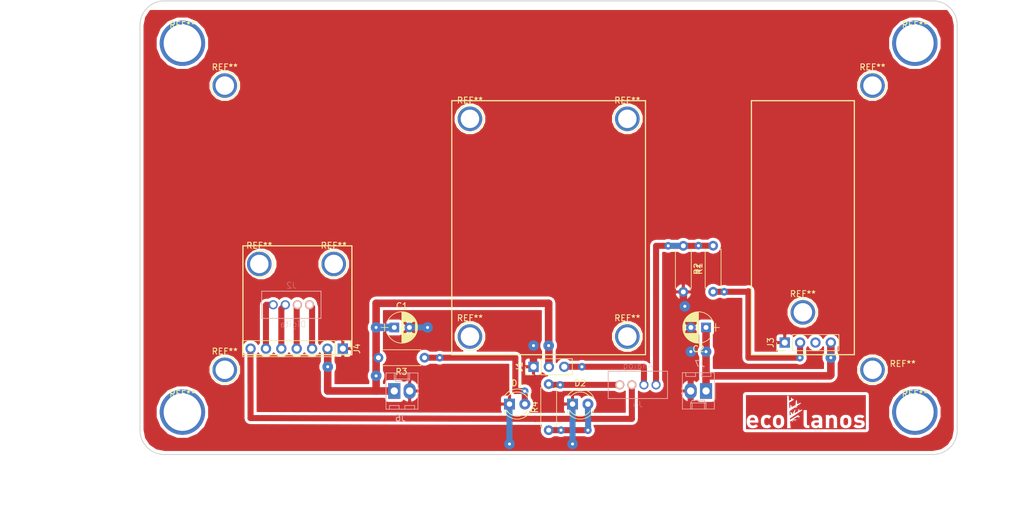
<source format=kicad_pcb>
(kicad_pcb (version 4) (host pcbnew 4.0.7-e2-6376~58~ubuntu16.04.1)

  (general
    (links 27)
    (no_connects 0)
    (area 44.650001 70.899999 217.85 156.700001)
    (thickness 1.6)
    (drawings 28)
    (tracks 115)
    (zones 0)
    (modules 31)
    (nets 16)
  )

  (page A4)
  (layers
    (0 F.Cu signal)
    (31 B.Cu signal)
    (32 B.Adhes user)
    (33 F.Adhes user)
    (34 B.Paste user)
    (35 F.Paste user)
    (36 B.SilkS user)
    (37 F.SilkS user)
    (38 B.Mask user)
    (39 F.Mask user)
    (40 Dwgs.User user)
    (41 Cmts.User user)
    (42 Eco1.User user)
    (43 Eco2.User user)
    (44 Edge.Cuts user)
    (45 Margin user)
    (46 B.CrtYd user)
    (47 F.CrtYd user)
    (48 B.Fab user)
    (49 F.Fab user)
  )

  (setup
    (last_trace_width 1)
    (trace_clearance 0.2)
    (zone_clearance 0)
    (zone_45_only no)
    (trace_min 0.2)
    (segment_width 0.2)
    (edge_width 0.15)
    (via_size 1.25)
    (via_drill 0.5)
    (via_min_size 0.4)
    (via_min_drill 0.3)
    (uvia_size 0.5)
    (uvia_drill 0.25)
    (uvias_allowed no)
    (uvia_min_size 0.2)
    (uvia_min_drill 0.1)
    (pcb_text_width 0.3)
    (pcb_text_size 1.5 1.5)
    (mod_edge_width 0.15)
    (mod_text_size 1 1)
    (mod_text_width 0.15)
    (pad_size 7.5 7.5)
    (pad_drill 6.2)
    (pad_to_mask_clearance 0.25)
    (aux_axis_origin 0 0)
    (visible_elements FFFCFF1F)
    (pcbplotparams
      (layerselection 0x00030_80000001)
      (usegerberextensions false)
      (excludeedgelayer true)
      (linewidth 0.100000)
      (plotframeref false)
      (viasonmask false)
      (mode 1)
      (useauxorigin false)
      (hpglpennumber 1)
      (hpglpenspeed 20)
      (hpglpendiameter 15)
      (hpglpenoverlay 2)
      (psnegative false)
      (psa4output false)
      (plotreference true)
      (plotvalue true)
      (plotinvisibletext false)
      (padsonsilk false)
      (subtractmaskfromsilk false)
      (outputformat 1)
      (mirror false)
      (drillshape 1)
      (scaleselection 1)
      (outputdirectory ""))
  )

  (net 0 "")
  (net 1 GND)
  (net 2 +5V)
  (net 3 +3V3)
  (net 4 "Net-(D1-Pad2)")
  (net 5 /SDA)
  (net 6 /SCL)
  (net 7 /nWAKE)
  (net 8 /nINT)
  (net 9 /nRST)
  (net 10 "Net-(D2-Pad2)")
  (net 11 "Net-(J5-Pad1)")
  (net 12 /MG811_out)
  (net 13 /MQ135_out_5v)
  (net 14 MQ135_out_3V3)
  (net 15 "Net-(J3-Pad3)")

  (net_class Default "This is the default net class."
    (clearance 0.2)
    (trace_width 1)
    (via_dia 1.25)
    (via_drill 0.5)
    (uvia_dia 0.5)
    (uvia_drill 0.25)
    (add_net /MG811_out)
    (add_net /MQ135_out_5v)
    (add_net /SCL)
    (add_net /SDA)
    (add_net /nINT)
    (add_net /nRST)
    (add_net /nWAKE)
    (add_net MQ135_out_3V3)
    (add_net "Net-(D1-Pad2)")
    (add_net "Net-(D2-Pad2)")
    (add_net "Net-(J3-Pad3)")
    (add_net "Net-(J5-Pad1)")
  )

  (net_class POWER ""
    (clearance 0.5)
    (trace_width 1.25)
    (via_dia 1.75)
    (via_drill 0.5)
    (uvia_dia 0.5)
    (uvia_drill 0.25)
    (add_net +3V3)
    (add_net +5V)
    (add_net GND)
  )

  (module Capacitors_THT:CP_Radial_D5.0mm_P2.50mm (layer F.Cu) (tedit 5920C257) (tstamp 596B8802)
    (at 110 125)
    (descr "CP, Radial series, Radial, pin pitch=2.50mm, , diameter=5mm, Electrolytic Capacitor")
    (tags "CP Radial series Radial pin pitch 2.50mm  diameter 5mm Electrolytic Capacitor")
    (path /59667921)
    (fp_text reference C1 (at 1.25 -3.56) (layer F.SilkS)
      (effects (font (size 1 1) (thickness 0.15)))
    )
    (fp_text value CP (at 1.25 3.56) (layer F.Fab)
      (effects (font (size 1 1) (thickness 0.15)))
    )
    (fp_text user %R (at 0.775 0) (layer F.Fab)
      (effects (font (size 1 1) (thickness 0.15)))
    )
    (fp_line (start -2.2 0) (end -1 0) (layer F.Fab) (width 0.1))
    (fp_line (start -1.6 -0.65) (end -1.6 0.65) (layer F.Fab) (width 0.1))
    (fp_line (start 1.25 -2.55) (end 1.25 2.55) (layer F.SilkS) (width 0.12))
    (fp_line (start 1.29 -2.55) (end 1.29 2.55) (layer F.SilkS) (width 0.12))
    (fp_line (start 1.33 -2.549) (end 1.33 2.549) (layer F.SilkS) (width 0.12))
    (fp_line (start 1.37 -2.548) (end 1.37 2.548) (layer F.SilkS) (width 0.12))
    (fp_line (start 1.41 -2.546) (end 1.41 2.546) (layer F.SilkS) (width 0.12))
    (fp_line (start 1.45 -2.543) (end 1.45 2.543) (layer F.SilkS) (width 0.12))
    (fp_line (start 1.49 -2.539) (end 1.49 2.539) (layer F.SilkS) (width 0.12))
    (fp_line (start 1.53 -2.535) (end 1.53 -0.98) (layer F.SilkS) (width 0.12))
    (fp_line (start 1.53 0.98) (end 1.53 2.535) (layer F.SilkS) (width 0.12))
    (fp_line (start 1.57 -2.531) (end 1.57 -0.98) (layer F.SilkS) (width 0.12))
    (fp_line (start 1.57 0.98) (end 1.57 2.531) (layer F.SilkS) (width 0.12))
    (fp_line (start 1.61 -2.525) (end 1.61 -0.98) (layer F.SilkS) (width 0.12))
    (fp_line (start 1.61 0.98) (end 1.61 2.525) (layer F.SilkS) (width 0.12))
    (fp_line (start 1.65 -2.519) (end 1.65 -0.98) (layer F.SilkS) (width 0.12))
    (fp_line (start 1.65 0.98) (end 1.65 2.519) (layer F.SilkS) (width 0.12))
    (fp_line (start 1.69 -2.513) (end 1.69 -0.98) (layer F.SilkS) (width 0.12))
    (fp_line (start 1.69 0.98) (end 1.69 2.513) (layer F.SilkS) (width 0.12))
    (fp_line (start 1.73 -2.506) (end 1.73 -0.98) (layer F.SilkS) (width 0.12))
    (fp_line (start 1.73 0.98) (end 1.73 2.506) (layer F.SilkS) (width 0.12))
    (fp_line (start 1.77 -2.498) (end 1.77 -0.98) (layer F.SilkS) (width 0.12))
    (fp_line (start 1.77 0.98) (end 1.77 2.498) (layer F.SilkS) (width 0.12))
    (fp_line (start 1.81 -2.489) (end 1.81 -0.98) (layer F.SilkS) (width 0.12))
    (fp_line (start 1.81 0.98) (end 1.81 2.489) (layer F.SilkS) (width 0.12))
    (fp_line (start 1.85 -2.48) (end 1.85 -0.98) (layer F.SilkS) (width 0.12))
    (fp_line (start 1.85 0.98) (end 1.85 2.48) (layer F.SilkS) (width 0.12))
    (fp_line (start 1.89 -2.47) (end 1.89 -0.98) (layer F.SilkS) (width 0.12))
    (fp_line (start 1.89 0.98) (end 1.89 2.47) (layer F.SilkS) (width 0.12))
    (fp_line (start 1.93 -2.46) (end 1.93 -0.98) (layer F.SilkS) (width 0.12))
    (fp_line (start 1.93 0.98) (end 1.93 2.46) (layer F.SilkS) (width 0.12))
    (fp_line (start 1.971 -2.448) (end 1.971 -0.98) (layer F.SilkS) (width 0.12))
    (fp_line (start 1.971 0.98) (end 1.971 2.448) (layer F.SilkS) (width 0.12))
    (fp_line (start 2.011 -2.436) (end 2.011 -0.98) (layer F.SilkS) (width 0.12))
    (fp_line (start 2.011 0.98) (end 2.011 2.436) (layer F.SilkS) (width 0.12))
    (fp_line (start 2.051 -2.424) (end 2.051 -0.98) (layer F.SilkS) (width 0.12))
    (fp_line (start 2.051 0.98) (end 2.051 2.424) (layer F.SilkS) (width 0.12))
    (fp_line (start 2.091 -2.41) (end 2.091 -0.98) (layer F.SilkS) (width 0.12))
    (fp_line (start 2.091 0.98) (end 2.091 2.41) (layer F.SilkS) (width 0.12))
    (fp_line (start 2.131 -2.396) (end 2.131 -0.98) (layer F.SilkS) (width 0.12))
    (fp_line (start 2.131 0.98) (end 2.131 2.396) (layer F.SilkS) (width 0.12))
    (fp_line (start 2.171 -2.382) (end 2.171 -0.98) (layer F.SilkS) (width 0.12))
    (fp_line (start 2.171 0.98) (end 2.171 2.382) (layer F.SilkS) (width 0.12))
    (fp_line (start 2.211 -2.366) (end 2.211 -0.98) (layer F.SilkS) (width 0.12))
    (fp_line (start 2.211 0.98) (end 2.211 2.366) (layer F.SilkS) (width 0.12))
    (fp_line (start 2.251 -2.35) (end 2.251 -0.98) (layer F.SilkS) (width 0.12))
    (fp_line (start 2.251 0.98) (end 2.251 2.35) (layer F.SilkS) (width 0.12))
    (fp_line (start 2.291 -2.333) (end 2.291 -0.98) (layer F.SilkS) (width 0.12))
    (fp_line (start 2.291 0.98) (end 2.291 2.333) (layer F.SilkS) (width 0.12))
    (fp_line (start 2.331 -2.315) (end 2.331 -0.98) (layer F.SilkS) (width 0.12))
    (fp_line (start 2.331 0.98) (end 2.331 2.315) (layer F.SilkS) (width 0.12))
    (fp_line (start 2.371 -2.296) (end 2.371 -0.98) (layer F.SilkS) (width 0.12))
    (fp_line (start 2.371 0.98) (end 2.371 2.296) (layer F.SilkS) (width 0.12))
    (fp_line (start 2.411 -2.276) (end 2.411 -0.98) (layer F.SilkS) (width 0.12))
    (fp_line (start 2.411 0.98) (end 2.411 2.276) (layer F.SilkS) (width 0.12))
    (fp_line (start 2.451 -2.256) (end 2.451 -0.98) (layer F.SilkS) (width 0.12))
    (fp_line (start 2.451 0.98) (end 2.451 2.256) (layer F.SilkS) (width 0.12))
    (fp_line (start 2.491 -2.234) (end 2.491 -0.98) (layer F.SilkS) (width 0.12))
    (fp_line (start 2.491 0.98) (end 2.491 2.234) (layer F.SilkS) (width 0.12))
    (fp_line (start 2.531 -2.212) (end 2.531 -0.98) (layer F.SilkS) (width 0.12))
    (fp_line (start 2.531 0.98) (end 2.531 2.212) (layer F.SilkS) (width 0.12))
    (fp_line (start 2.571 -2.189) (end 2.571 -0.98) (layer F.SilkS) (width 0.12))
    (fp_line (start 2.571 0.98) (end 2.571 2.189) (layer F.SilkS) (width 0.12))
    (fp_line (start 2.611 -2.165) (end 2.611 -0.98) (layer F.SilkS) (width 0.12))
    (fp_line (start 2.611 0.98) (end 2.611 2.165) (layer F.SilkS) (width 0.12))
    (fp_line (start 2.651 -2.14) (end 2.651 -0.98) (layer F.SilkS) (width 0.12))
    (fp_line (start 2.651 0.98) (end 2.651 2.14) (layer F.SilkS) (width 0.12))
    (fp_line (start 2.691 -2.113) (end 2.691 -0.98) (layer F.SilkS) (width 0.12))
    (fp_line (start 2.691 0.98) (end 2.691 2.113) (layer F.SilkS) (width 0.12))
    (fp_line (start 2.731 -2.086) (end 2.731 -0.98) (layer F.SilkS) (width 0.12))
    (fp_line (start 2.731 0.98) (end 2.731 2.086) (layer F.SilkS) (width 0.12))
    (fp_line (start 2.771 -2.058) (end 2.771 -0.98) (layer F.SilkS) (width 0.12))
    (fp_line (start 2.771 0.98) (end 2.771 2.058) (layer F.SilkS) (width 0.12))
    (fp_line (start 2.811 -2.028) (end 2.811 -0.98) (layer F.SilkS) (width 0.12))
    (fp_line (start 2.811 0.98) (end 2.811 2.028) (layer F.SilkS) (width 0.12))
    (fp_line (start 2.851 -1.997) (end 2.851 -0.98) (layer F.SilkS) (width 0.12))
    (fp_line (start 2.851 0.98) (end 2.851 1.997) (layer F.SilkS) (width 0.12))
    (fp_line (start 2.891 -1.965) (end 2.891 -0.98) (layer F.SilkS) (width 0.12))
    (fp_line (start 2.891 0.98) (end 2.891 1.965) (layer F.SilkS) (width 0.12))
    (fp_line (start 2.931 -1.932) (end 2.931 -0.98) (layer F.SilkS) (width 0.12))
    (fp_line (start 2.931 0.98) (end 2.931 1.932) (layer F.SilkS) (width 0.12))
    (fp_line (start 2.971 -1.897) (end 2.971 -0.98) (layer F.SilkS) (width 0.12))
    (fp_line (start 2.971 0.98) (end 2.971 1.897) (layer F.SilkS) (width 0.12))
    (fp_line (start 3.011 -1.861) (end 3.011 -0.98) (layer F.SilkS) (width 0.12))
    (fp_line (start 3.011 0.98) (end 3.011 1.861) (layer F.SilkS) (width 0.12))
    (fp_line (start 3.051 -1.823) (end 3.051 -0.98) (layer F.SilkS) (width 0.12))
    (fp_line (start 3.051 0.98) (end 3.051 1.823) (layer F.SilkS) (width 0.12))
    (fp_line (start 3.091 -1.783) (end 3.091 -0.98) (layer F.SilkS) (width 0.12))
    (fp_line (start 3.091 0.98) (end 3.091 1.783) (layer F.SilkS) (width 0.12))
    (fp_line (start 3.131 -1.742) (end 3.131 -0.98) (layer F.SilkS) (width 0.12))
    (fp_line (start 3.131 0.98) (end 3.131 1.742) (layer F.SilkS) (width 0.12))
    (fp_line (start 3.171 -1.699) (end 3.171 -0.98) (layer F.SilkS) (width 0.12))
    (fp_line (start 3.171 0.98) (end 3.171 1.699) (layer F.SilkS) (width 0.12))
    (fp_line (start 3.211 -1.654) (end 3.211 -0.98) (layer F.SilkS) (width 0.12))
    (fp_line (start 3.211 0.98) (end 3.211 1.654) (layer F.SilkS) (width 0.12))
    (fp_line (start 3.251 -1.606) (end 3.251 -0.98) (layer F.SilkS) (width 0.12))
    (fp_line (start 3.251 0.98) (end 3.251 1.606) (layer F.SilkS) (width 0.12))
    (fp_line (start 3.291 -1.556) (end 3.291 -0.98) (layer F.SilkS) (width 0.12))
    (fp_line (start 3.291 0.98) (end 3.291 1.556) (layer F.SilkS) (width 0.12))
    (fp_line (start 3.331 -1.504) (end 3.331 -0.98) (layer F.SilkS) (width 0.12))
    (fp_line (start 3.331 0.98) (end 3.331 1.504) (layer F.SilkS) (width 0.12))
    (fp_line (start 3.371 -1.448) (end 3.371 -0.98) (layer F.SilkS) (width 0.12))
    (fp_line (start 3.371 0.98) (end 3.371 1.448) (layer F.SilkS) (width 0.12))
    (fp_line (start 3.411 -1.39) (end 3.411 -0.98) (layer F.SilkS) (width 0.12))
    (fp_line (start 3.411 0.98) (end 3.411 1.39) (layer F.SilkS) (width 0.12))
    (fp_line (start 3.451 -1.327) (end 3.451 -0.98) (layer F.SilkS) (width 0.12))
    (fp_line (start 3.451 0.98) (end 3.451 1.327) (layer F.SilkS) (width 0.12))
    (fp_line (start 3.491 -1.261) (end 3.491 1.261) (layer F.SilkS) (width 0.12))
    (fp_line (start 3.531 -1.189) (end 3.531 1.189) (layer F.SilkS) (width 0.12))
    (fp_line (start 3.571 -1.112) (end 3.571 1.112) (layer F.SilkS) (width 0.12))
    (fp_line (start 3.611 -1.028) (end 3.611 1.028) (layer F.SilkS) (width 0.12))
    (fp_line (start 3.651 -0.934) (end 3.651 0.934) (layer F.SilkS) (width 0.12))
    (fp_line (start 3.691 -0.829) (end 3.691 0.829) (layer F.SilkS) (width 0.12))
    (fp_line (start 3.731 -0.707) (end 3.731 0.707) (layer F.SilkS) (width 0.12))
    (fp_line (start 3.771 -0.559) (end 3.771 0.559) (layer F.SilkS) (width 0.12))
    (fp_line (start 3.811 -0.354) (end 3.811 0.354) (layer F.SilkS) (width 0.12))
    (fp_line (start -2.2 0) (end -1 0) (layer F.SilkS) (width 0.12))
    (fp_line (start -1.6 -0.65) (end -1.6 0.65) (layer F.SilkS) (width 0.12))
    (fp_line (start -1.6 -2.85) (end -1.6 2.85) (layer F.CrtYd) (width 0.05))
    (fp_line (start -1.6 2.85) (end 4.1 2.85) (layer F.CrtYd) (width 0.05))
    (fp_line (start 4.1 2.85) (end 4.1 -2.85) (layer F.CrtYd) (width 0.05))
    (fp_line (start 4.1 -2.85) (end -1.6 -2.85) (layer F.CrtYd) (width 0.05))
    (fp_circle (center 1.25 0) (end 3.75 0) (layer F.Fab) (width 0.1))
    (fp_arc (start 1.25 0) (end -1.147436 -0.98) (angle 135.5) (layer F.SilkS) (width 0.12))
    (fp_arc (start 1.25 0) (end -1.147436 0.98) (angle -135.5) (layer F.SilkS) (width 0.12))
    (fp_arc (start 1.25 0) (end 3.647436 -0.98) (angle 44.5) (layer F.SilkS) (width 0.12))
    (pad 1 thru_hole rect (at 0 0) (size 1.6 1.6) (drill 0.8) (layers *.Cu *.Mask)
      (net 3 +3V3))
    (pad 2 thru_hole circle (at 2.5 0) (size 1.6 1.6) (drill 0.8) (layers *.Cu *.Mask)
      (net 1 GND))
    (model ${KISYS3DMOD}/Capacitors_THT.3dshapes/CP_Radial_D5.0mm_P2.50mm.wrl
      (at (xyz 0 0 0))
      (scale (xyz 1 1 1))
      (rotate (xyz 0 0 0))
    )
  )

  (module Capacitors_THT:CP_Radial_D5.0mm_P2.50mm (layer F.Cu) (tedit 5920C257) (tstamp 596B8808)
    (at 161.5 125 180)
    (descr "CP, Radial series, Radial, pin pitch=2.50mm, , diameter=5mm, Electrolytic Capacitor")
    (tags "CP Radial series Radial pin pitch 2.50mm  diameter 5mm Electrolytic Capacitor")
    (path /5966781A)
    (fp_text reference C2 (at 1.25 -3.56 180) (layer F.SilkS)
      (effects (font (size 1 1) (thickness 0.15)))
    )
    (fp_text value CP (at 1.25 3.56 180) (layer F.Fab)
      (effects (font (size 1 1) (thickness 0.15)))
    )
    (fp_text user %R (at 0.775 0 180) (layer F.Fab)
      (effects (font (size 1 1) (thickness 0.15)))
    )
    (fp_line (start -2.2 0) (end -1 0) (layer F.Fab) (width 0.1))
    (fp_line (start -1.6 -0.65) (end -1.6 0.65) (layer F.Fab) (width 0.1))
    (fp_line (start 1.25 -2.55) (end 1.25 2.55) (layer F.SilkS) (width 0.12))
    (fp_line (start 1.29 -2.55) (end 1.29 2.55) (layer F.SilkS) (width 0.12))
    (fp_line (start 1.33 -2.549) (end 1.33 2.549) (layer F.SilkS) (width 0.12))
    (fp_line (start 1.37 -2.548) (end 1.37 2.548) (layer F.SilkS) (width 0.12))
    (fp_line (start 1.41 -2.546) (end 1.41 2.546) (layer F.SilkS) (width 0.12))
    (fp_line (start 1.45 -2.543) (end 1.45 2.543) (layer F.SilkS) (width 0.12))
    (fp_line (start 1.49 -2.539) (end 1.49 2.539) (layer F.SilkS) (width 0.12))
    (fp_line (start 1.53 -2.535) (end 1.53 -0.98) (layer F.SilkS) (width 0.12))
    (fp_line (start 1.53 0.98) (end 1.53 2.535) (layer F.SilkS) (width 0.12))
    (fp_line (start 1.57 -2.531) (end 1.57 -0.98) (layer F.SilkS) (width 0.12))
    (fp_line (start 1.57 0.98) (end 1.57 2.531) (layer F.SilkS) (width 0.12))
    (fp_line (start 1.61 -2.525) (end 1.61 -0.98) (layer F.SilkS) (width 0.12))
    (fp_line (start 1.61 0.98) (end 1.61 2.525) (layer F.SilkS) (width 0.12))
    (fp_line (start 1.65 -2.519) (end 1.65 -0.98) (layer F.SilkS) (width 0.12))
    (fp_line (start 1.65 0.98) (end 1.65 2.519) (layer F.SilkS) (width 0.12))
    (fp_line (start 1.69 -2.513) (end 1.69 -0.98) (layer F.SilkS) (width 0.12))
    (fp_line (start 1.69 0.98) (end 1.69 2.513) (layer F.SilkS) (width 0.12))
    (fp_line (start 1.73 -2.506) (end 1.73 -0.98) (layer F.SilkS) (width 0.12))
    (fp_line (start 1.73 0.98) (end 1.73 2.506) (layer F.SilkS) (width 0.12))
    (fp_line (start 1.77 -2.498) (end 1.77 -0.98) (layer F.SilkS) (width 0.12))
    (fp_line (start 1.77 0.98) (end 1.77 2.498) (layer F.SilkS) (width 0.12))
    (fp_line (start 1.81 -2.489) (end 1.81 -0.98) (layer F.SilkS) (width 0.12))
    (fp_line (start 1.81 0.98) (end 1.81 2.489) (layer F.SilkS) (width 0.12))
    (fp_line (start 1.85 -2.48) (end 1.85 -0.98) (layer F.SilkS) (width 0.12))
    (fp_line (start 1.85 0.98) (end 1.85 2.48) (layer F.SilkS) (width 0.12))
    (fp_line (start 1.89 -2.47) (end 1.89 -0.98) (layer F.SilkS) (width 0.12))
    (fp_line (start 1.89 0.98) (end 1.89 2.47) (layer F.SilkS) (width 0.12))
    (fp_line (start 1.93 -2.46) (end 1.93 -0.98) (layer F.SilkS) (width 0.12))
    (fp_line (start 1.93 0.98) (end 1.93 2.46) (layer F.SilkS) (width 0.12))
    (fp_line (start 1.971 -2.448) (end 1.971 -0.98) (layer F.SilkS) (width 0.12))
    (fp_line (start 1.971 0.98) (end 1.971 2.448) (layer F.SilkS) (width 0.12))
    (fp_line (start 2.011 -2.436) (end 2.011 -0.98) (layer F.SilkS) (width 0.12))
    (fp_line (start 2.011 0.98) (end 2.011 2.436) (layer F.SilkS) (width 0.12))
    (fp_line (start 2.051 -2.424) (end 2.051 -0.98) (layer F.SilkS) (width 0.12))
    (fp_line (start 2.051 0.98) (end 2.051 2.424) (layer F.SilkS) (width 0.12))
    (fp_line (start 2.091 -2.41) (end 2.091 -0.98) (layer F.SilkS) (width 0.12))
    (fp_line (start 2.091 0.98) (end 2.091 2.41) (layer F.SilkS) (width 0.12))
    (fp_line (start 2.131 -2.396) (end 2.131 -0.98) (layer F.SilkS) (width 0.12))
    (fp_line (start 2.131 0.98) (end 2.131 2.396) (layer F.SilkS) (width 0.12))
    (fp_line (start 2.171 -2.382) (end 2.171 -0.98) (layer F.SilkS) (width 0.12))
    (fp_line (start 2.171 0.98) (end 2.171 2.382) (layer F.SilkS) (width 0.12))
    (fp_line (start 2.211 -2.366) (end 2.211 -0.98) (layer F.SilkS) (width 0.12))
    (fp_line (start 2.211 0.98) (end 2.211 2.366) (layer F.SilkS) (width 0.12))
    (fp_line (start 2.251 -2.35) (end 2.251 -0.98) (layer F.SilkS) (width 0.12))
    (fp_line (start 2.251 0.98) (end 2.251 2.35) (layer F.SilkS) (width 0.12))
    (fp_line (start 2.291 -2.333) (end 2.291 -0.98) (layer F.SilkS) (width 0.12))
    (fp_line (start 2.291 0.98) (end 2.291 2.333) (layer F.SilkS) (width 0.12))
    (fp_line (start 2.331 -2.315) (end 2.331 -0.98) (layer F.SilkS) (width 0.12))
    (fp_line (start 2.331 0.98) (end 2.331 2.315) (layer F.SilkS) (width 0.12))
    (fp_line (start 2.371 -2.296) (end 2.371 -0.98) (layer F.SilkS) (width 0.12))
    (fp_line (start 2.371 0.98) (end 2.371 2.296) (layer F.SilkS) (width 0.12))
    (fp_line (start 2.411 -2.276) (end 2.411 -0.98) (layer F.SilkS) (width 0.12))
    (fp_line (start 2.411 0.98) (end 2.411 2.276) (layer F.SilkS) (width 0.12))
    (fp_line (start 2.451 -2.256) (end 2.451 -0.98) (layer F.SilkS) (width 0.12))
    (fp_line (start 2.451 0.98) (end 2.451 2.256) (layer F.SilkS) (width 0.12))
    (fp_line (start 2.491 -2.234) (end 2.491 -0.98) (layer F.SilkS) (width 0.12))
    (fp_line (start 2.491 0.98) (end 2.491 2.234) (layer F.SilkS) (width 0.12))
    (fp_line (start 2.531 -2.212) (end 2.531 -0.98) (layer F.SilkS) (width 0.12))
    (fp_line (start 2.531 0.98) (end 2.531 2.212) (layer F.SilkS) (width 0.12))
    (fp_line (start 2.571 -2.189) (end 2.571 -0.98) (layer F.SilkS) (width 0.12))
    (fp_line (start 2.571 0.98) (end 2.571 2.189) (layer F.SilkS) (width 0.12))
    (fp_line (start 2.611 -2.165) (end 2.611 -0.98) (layer F.SilkS) (width 0.12))
    (fp_line (start 2.611 0.98) (end 2.611 2.165) (layer F.SilkS) (width 0.12))
    (fp_line (start 2.651 -2.14) (end 2.651 -0.98) (layer F.SilkS) (width 0.12))
    (fp_line (start 2.651 0.98) (end 2.651 2.14) (layer F.SilkS) (width 0.12))
    (fp_line (start 2.691 -2.113) (end 2.691 -0.98) (layer F.SilkS) (width 0.12))
    (fp_line (start 2.691 0.98) (end 2.691 2.113) (layer F.SilkS) (width 0.12))
    (fp_line (start 2.731 -2.086) (end 2.731 -0.98) (layer F.SilkS) (width 0.12))
    (fp_line (start 2.731 0.98) (end 2.731 2.086) (layer F.SilkS) (width 0.12))
    (fp_line (start 2.771 -2.058) (end 2.771 -0.98) (layer F.SilkS) (width 0.12))
    (fp_line (start 2.771 0.98) (end 2.771 2.058) (layer F.SilkS) (width 0.12))
    (fp_line (start 2.811 -2.028) (end 2.811 -0.98) (layer F.SilkS) (width 0.12))
    (fp_line (start 2.811 0.98) (end 2.811 2.028) (layer F.SilkS) (width 0.12))
    (fp_line (start 2.851 -1.997) (end 2.851 -0.98) (layer F.SilkS) (width 0.12))
    (fp_line (start 2.851 0.98) (end 2.851 1.997) (layer F.SilkS) (width 0.12))
    (fp_line (start 2.891 -1.965) (end 2.891 -0.98) (layer F.SilkS) (width 0.12))
    (fp_line (start 2.891 0.98) (end 2.891 1.965) (layer F.SilkS) (width 0.12))
    (fp_line (start 2.931 -1.932) (end 2.931 -0.98) (layer F.SilkS) (width 0.12))
    (fp_line (start 2.931 0.98) (end 2.931 1.932) (layer F.SilkS) (width 0.12))
    (fp_line (start 2.971 -1.897) (end 2.971 -0.98) (layer F.SilkS) (width 0.12))
    (fp_line (start 2.971 0.98) (end 2.971 1.897) (layer F.SilkS) (width 0.12))
    (fp_line (start 3.011 -1.861) (end 3.011 -0.98) (layer F.SilkS) (width 0.12))
    (fp_line (start 3.011 0.98) (end 3.011 1.861) (layer F.SilkS) (width 0.12))
    (fp_line (start 3.051 -1.823) (end 3.051 -0.98) (layer F.SilkS) (width 0.12))
    (fp_line (start 3.051 0.98) (end 3.051 1.823) (layer F.SilkS) (width 0.12))
    (fp_line (start 3.091 -1.783) (end 3.091 -0.98) (layer F.SilkS) (width 0.12))
    (fp_line (start 3.091 0.98) (end 3.091 1.783) (layer F.SilkS) (width 0.12))
    (fp_line (start 3.131 -1.742) (end 3.131 -0.98) (layer F.SilkS) (width 0.12))
    (fp_line (start 3.131 0.98) (end 3.131 1.742) (layer F.SilkS) (width 0.12))
    (fp_line (start 3.171 -1.699) (end 3.171 -0.98) (layer F.SilkS) (width 0.12))
    (fp_line (start 3.171 0.98) (end 3.171 1.699) (layer F.SilkS) (width 0.12))
    (fp_line (start 3.211 -1.654) (end 3.211 -0.98) (layer F.SilkS) (width 0.12))
    (fp_line (start 3.211 0.98) (end 3.211 1.654) (layer F.SilkS) (width 0.12))
    (fp_line (start 3.251 -1.606) (end 3.251 -0.98) (layer F.SilkS) (width 0.12))
    (fp_line (start 3.251 0.98) (end 3.251 1.606) (layer F.SilkS) (width 0.12))
    (fp_line (start 3.291 -1.556) (end 3.291 -0.98) (layer F.SilkS) (width 0.12))
    (fp_line (start 3.291 0.98) (end 3.291 1.556) (layer F.SilkS) (width 0.12))
    (fp_line (start 3.331 -1.504) (end 3.331 -0.98) (layer F.SilkS) (width 0.12))
    (fp_line (start 3.331 0.98) (end 3.331 1.504) (layer F.SilkS) (width 0.12))
    (fp_line (start 3.371 -1.448) (end 3.371 -0.98) (layer F.SilkS) (width 0.12))
    (fp_line (start 3.371 0.98) (end 3.371 1.448) (layer F.SilkS) (width 0.12))
    (fp_line (start 3.411 -1.39) (end 3.411 -0.98) (layer F.SilkS) (width 0.12))
    (fp_line (start 3.411 0.98) (end 3.411 1.39) (layer F.SilkS) (width 0.12))
    (fp_line (start 3.451 -1.327) (end 3.451 -0.98) (layer F.SilkS) (width 0.12))
    (fp_line (start 3.451 0.98) (end 3.451 1.327) (layer F.SilkS) (width 0.12))
    (fp_line (start 3.491 -1.261) (end 3.491 1.261) (layer F.SilkS) (width 0.12))
    (fp_line (start 3.531 -1.189) (end 3.531 1.189) (layer F.SilkS) (width 0.12))
    (fp_line (start 3.571 -1.112) (end 3.571 1.112) (layer F.SilkS) (width 0.12))
    (fp_line (start 3.611 -1.028) (end 3.611 1.028) (layer F.SilkS) (width 0.12))
    (fp_line (start 3.651 -0.934) (end 3.651 0.934) (layer F.SilkS) (width 0.12))
    (fp_line (start 3.691 -0.829) (end 3.691 0.829) (layer F.SilkS) (width 0.12))
    (fp_line (start 3.731 -0.707) (end 3.731 0.707) (layer F.SilkS) (width 0.12))
    (fp_line (start 3.771 -0.559) (end 3.771 0.559) (layer F.SilkS) (width 0.12))
    (fp_line (start 3.811 -0.354) (end 3.811 0.354) (layer F.SilkS) (width 0.12))
    (fp_line (start -2.2 0) (end -1 0) (layer F.SilkS) (width 0.12))
    (fp_line (start -1.6 -0.65) (end -1.6 0.65) (layer F.SilkS) (width 0.12))
    (fp_line (start -1.6 -2.85) (end -1.6 2.85) (layer F.CrtYd) (width 0.05))
    (fp_line (start -1.6 2.85) (end 4.1 2.85) (layer F.CrtYd) (width 0.05))
    (fp_line (start 4.1 2.85) (end 4.1 -2.85) (layer F.CrtYd) (width 0.05))
    (fp_line (start 4.1 -2.85) (end -1.6 -2.85) (layer F.CrtYd) (width 0.05))
    (fp_circle (center 1.25 0) (end 3.75 0) (layer F.Fab) (width 0.1))
    (fp_arc (start 1.25 0) (end -1.147436 -0.98) (angle 135.5) (layer F.SilkS) (width 0.12))
    (fp_arc (start 1.25 0) (end -1.147436 0.98) (angle -135.5) (layer F.SilkS) (width 0.12))
    (fp_arc (start 1.25 0) (end 3.647436 -0.98) (angle 44.5) (layer F.SilkS) (width 0.12))
    (pad 1 thru_hole rect (at 0 0 180) (size 1.6 1.6) (drill 0.8) (layers *.Cu *.Mask)
      (net 2 +5V))
    (pad 2 thru_hole circle (at 2.5 0 180) (size 1.6 1.6) (drill 0.8) (layers *.Cu *.Mask)
      (net 1 GND))
    (model ${KISYS3DMOD}/Capacitors_THT.3dshapes/CP_Radial_D5.0mm_P2.50mm.wrl
      (at (xyz 0 0 0))
      (scale (xyz 1 1 1))
      (rotate (xyz 0 0 0))
    )
  )

  (module LEDs:LED_D4.0mm locked (layer F.Cu) (tedit 587A3A7B) (tstamp 596B880E)
    (at 129.032 137.668)
    (descr "LED, diameter 4.0mm, 2 pins, http://www.kingbright.com/attachments/file/psearch/000/00/00/L-43GD(Ver.12B).pdf")
    (tags "LED diameter 4.0mm 2 pins")
    (path /59667ADE)
    (fp_text reference D1 (at 1.27 -3.46) (layer F.SilkS)
      (effects (font (size 1 1) (thickness 0.15)))
    )
    (fp_text value LED (at 1.27 3.46) (layer F.Fab)
      (effects (font (size 1 1) (thickness 0.15)))
    )
    (fp_arc (start 1.27 0) (end -0.73 -1.32665) (angle 292.9) (layer F.Fab) (width 0.1))
    (fp_arc (start 1.27 0) (end -0.79 -1.398749) (angle 120.1) (layer F.SilkS) (width 0.12))
    (fp_arc (start 1.27 0) (end -0.79 1.398749) (angle -120.1) (layer F.SilkS) (width 0.12))
    (fp_arc (start 1.27 0) (end -0.41333 -1.08) (angle 114.6) (layer F.SilkS) (width 0.12))
    (fp_arc (start 1.27 0) (end -0.41333 1.08) (angle -114.6) (layer F.SilkS) (width 0.12))
    (fp_circle (center 1.27 0) (end 3.27 0) (layer F.Fab) (width 0.1))
    (fp_line (start -0.73 -1.32665) (end -0.73 1.32665) (layer F.Fab) (width 0.1))
    (fp_line (start -0.79 -1.399) (end -0.79 -1.08) (layer F.SilkS) (width 0.12))
    (fp_line (start -0.79 1.08) (end -0.79 1.399) (layer F.SilkS) (width 0.12))
    (fp_line (start -1.45 -2.75) (end -1.45 2.75) (layer F.CrtYd) (width 0.05))
    (fp_line (start -1.45 2.75) (end 4 2.75) (layer F.CrtYd) (width 0.05))
    (fp_line (start 4 2.75) (end 4 -2.75) (layer F.CrtYd) (width 0.05))
    (fp_line (start 4 -2.75) (end -1.45 -2.75) (layer F.CrtYd) (width 0.05))
    (pad 1 thru_hole rect (at 0 0) (size 1.8 1.8) (drill 0.9) (layers *.Cu *.Mask)
      (net 1 GND))
    (pad 2 thru_hole circle (at 2.54 0) (size 1.8 1.8) (drill 0.9) (layers *.Cu *.Mask)
      (net 4 "Net-(D1-Pad2)"))
    (model ${KISYS3DMOD}/LEDs.3dshapes/LED_D4.0mm.wrl
      (at (xyz 0 0 0))
      (scale (xyz 0.393701 0.393701 0.393701))
      (rotate (xyz 0 0 0))
    )
  )

  (module ecoPlanos_custom:JST_PHR-4 (layer B.Cu) (tedit 599DA8EE) (tstamp 599E0B52)
    (at 93 121.25 180)
    (path /599D501A)
    (solder_mask_margin 0.1)
    (fp_text reference J2 (at 0 3.2 180) (layer B.SilkS)
      (effects (font (size 1 1) (thickness 0.05)) (justify mirror))
    )
    (fp_text value Digital (at 0 -3.2 180) (layer B.SilkS)
      (effects (font (size 1 1) (thickness 0.05)) (justify mirror))
    )
    (fp_line (start -4.9 2.25) (end 4.9 2.25) (layer B.SilkS) (width 0.127))
    (fp_line (start 4.9 2.25) (end 4.9 -2.25) (layer B.SilkS) (width 0.127))
    (fp_line (start 4.9 -2.25) (end -4.9 -2.25) (layer B.SilkS) (width 0.127))
    (fp_line (start -4.9 -2.25) (end -4.9 2.25) (layer B.SilkS) (width 0.127))
    (fp_line (start -5.25 2.5) (end 5.25 2.5) (layer Dwgs.User) (width 0.127))
    (fp_line (start 5.25 2.5) (end 5.25 -2.5) (layer Dwgs.User) (width 0.127))
    (fp_line (start 5.25 -2.5) (end -5.25 -2.5) (layer Dwgs.User) (width 0.127))
    (fp_line (start -5.25 -2.5) (end -5.25 2.5) (layer Dwgs.User) (width 0.127))
    (pad 1 thru_hole circle (at -3 0 90) (size 1.508 1.508) (drill 1) (layers *.Cu *.Mask B.SilkS)
      (net 5 /SDA) (solder_mask_margin 0.2))
    (pad 2 thru_hole circle (at -1 0 90) (size 1.508 1.508) (drill 1) (layers *.Cu *.Mask B.SilkS)
      (net 6 /SCL) (solder_mask_margin 0.2))
    (pad 3 thru_hole circle (at 1 0 180) (size 1.508 1.508) (drill 1) (layers *.Cu *.Mask)
      (net 7 /nWAKE))
    (pad 4 thru_hole circle (at 3 0 180) (size 1.508 1.508) (drill 1) (layers *.Cu *.Mask)
      (net 8 /nINT))
  )

  (module Pin_Headers:Pin_Header_Straight_1x04_Pitch2.54mm locked (layer F.Cu) (tedit 59650532) (tstamp 599E0B61)
    (at 174.5 127.5 90)
    (descr "Through hole straight pin header, 1x04, 2.54mm pitch, single row")
    (tags "Through hole pin header THT 1x04 2.54mm single row")
    (path /59666EBF)
    (fp_text reference J3 (at 0 -2.33 90) (layer F.SilkS)
      (effects (font (size 1 1) (thickness 0.15)))
    )
    (fp_text value MQ135 (at 0 9.95 90) (layer F.Fab)
      (effects (font (size 1 1) (thickness 0.15)))
    )
    (fp_line (start -0.635 -1.27) (end 1.27 -1.27) (layer F.Fab) (width 0.1))
    (fp_line (start 1.27 -1.27) (end 1.27 8.89) (layer F.Fab) (width 0.1))
    (fp_line (start 1.27 8.89) (end -1.27 8.89) (layer F.Fab) (width 0.1))
    (fp_line (start -1.27 8.89) (end -1.27 -0.635) (layer F.Fab) (width 0.1))
    (fp_line (start -1.27 -0.635) (end -0.635 -1.27) (layer F.Fab) (width 0.1))
    (fp_line (start -1.33 8.95) (end 1.33 8.95) (layer F.SilkS) (width 0.12))
    (fp_line (start -1.33 1.27) (end -1.33 8.95) (layer F.SilkS) (width 0.12))
    (fp_line (start 1.33 1.27) (end 1.33 8.95) (layer F.SilkS) (width 0.12))
    (fp_line (start -1.33 1.27) (end 1.33 1.27) (layer F.SilkS) (width 0.12))
    (fp_line (start -1.33 0) (end -1.33 -1.33) (layer F.SilkS) (width 0.12))
    (fp_line (start -1.33 -1.33) (end 0 -1.33) (layer F.SilkS) (width 0.12))
    (fp_line (start -1.8 -1.8) (end -1.8 9.4) (layer F.CrtYd) (width 0.05))
    (fp_line (start -1.8 9.4) (end 1.8 9.4) (layer F.CrtYd) (width 0.05))
    (fp_line (start 1.8 9.4) (end 1.8 -1.8) (layer F.CrtYd) (width 0.05))
    (fp_line (start 1.8 -1.8) (end -1.8 -1.8) (layer F.CrtYd) (width 0.05))
    (fp_text user %R (at 0 3.81 180) (layer F.Fab)
      (effects (font (size 1 1) (thickness 0.15)))
    )
    (pad 1 thru_hole rect (at 0 0 90) (size 1.7 1.7) (drill 1) (layers *.Cu *.Mask)
      (net 1 GND))
    (pad 2 thru_hole oval (at 0 2.54 90) (size 1.7 1.7) (drill 1) (layers *.Cu *.Mask)
      (net 13 /MQ135_out_5v))
    (pad 3 thru_hole oval (at 0 5.08 90) (size 1.7 1.7) (drill 1) (layers *.Cu *.Mask)
      (net 15 "Net-(J3-Pad3)"))
    (pad 4 thru_hole oval (at 0 7.62 90) (size 1.7 1.7) (drill 1) (layers *.Cu *.Mask)
      (net 2 +5V))
    (model ${KISYS3DMOD}/Pin_Headers.3dshapes/Pin_Header_Straight_1x04_Pitch2.54mm.wrl
      (at (xyz 0 0 0))
      (scale (xyz 1 1 1))
      (rotate (xyz 0 0 0))
    )
  )

  (module ecoPlanos_custom:JST_PHR-4 (layer B.Cu) (tedit 599DA8EE) (tstamp 599E0B77)
    (at 150.241 134.493)
    (path /599D4A0D)
    (solder_mask_margin 0.1)
    (fp_text reference J5 (at 0 3.2) (layer B.SilkS)
      (effects (font (size 1 1) (thickness 0.05)) (justify mirror))
    )
    (fp_text value Analog (at 0 -3.2) (layer B.SilkS)
      (effects (font (size 1 1) (thickness 0.05)) (justify mirror))
    )
    (fp_line (start -4.9 2.25) (end 4.9 2.25) (layer B.SilkS) (width 0.127))
    (fp_line (start 4.9 2.25) (end 4.9 -2.25) (layer B.SilkS) (width 0.127))
    (fp_line (start 4.9 -2.25) (end -4.9 -2.25) (layer B.SilkS) (width 0.127))
    (fp_line (start -4.9 -2.25) (end -4.9 2.25) (layer B.SilkS) (width 0.127))
    (fp_line (start -5.25 2.5) (end 5.25 2.5) (layer Dwgs.User) (width 0.127))
    (fp_line (start 5.25 2.5) (end 5.25 -2.5) (layer Dwgs.User) (width 0.127))
    (fp_line (start 5.25 -2.5) (end -5.25 -2.5) (layer Dwgs.User) (width 0.127))
    (fp_line (start -5.25 -2.5) (end -5.25 2.5) (layer Dwgs.User) (width 0.127))
    (pad 1 thru_hole circle (at -3 0 270) (size 1.508 1.508) (drill 1) (layers *.Cu *.Mask B.SilkS)
      (net 11 "Net-(J5-Pad1)") (solder_mask_margin 0.2))
    (pad 2 thru_hole circle (at -1 0 270) (size 1.508 1.508) (drill 1) (layers *.Cu *.Mask B.SilkS)
      (net 9 /nRST) (solder_mask_margin 0.2))
    (pad 3 thru_hole circle (at 1 0) (size 1.508 1.508) (drill 1) (layers *.Cu *.Mask)
      (net 12 /MG811_out))
    (pad 4 thru_hole circle (at 3 0) (size 1.508 1.508) (drill 1) (layers *.Cu *.Mask)
      (net 14 MQ135_out_3V3))
  )

  (module Pin_Headers:Pin_Header_Straight_1x07_Pitch2.54mm (layer F.Cu) (tedit 59650532) (tstamp 599E0CAB)
    (at 101.5 128.5 270)
    (descr "Through hole straight pin header, 1x07, 2.54mm pitch, single row")
    (tags "Through hole pin header THT 1x07 2.54mm single row")
    (path /596B4688)
    (fp_text reference J4 (at 0 -2.33 270) (layer F.SilkS)
      (effects (font (size 1 1) (thickness 0.15)))
    )
    (fp_text value CCS811 (at 0 17.57 270) (layer F.Fab)
      (effects (font (size 1 1) (thickness 0.15)))
    )
    (fp_line (start -0.635 -1.27) (end 1.27 -1.27) (layer F.Fab) (width 0.1))
    (fp_line (start 1.27 -1.27) (end 1.27 16.51) (layer F.Fab) (width 0.1))
    (fp_line (start 1.27 16.51) (end -1.27 16.51) (layer F.Fab) (width 0.1))
    (fp_line (start -1.27 16.51) (end -1.27 -0.635) (layer F.Fab) (width 0.1))
    (fp_line (start -1.27 -0.635) (end -0.635 -1.27) (layer F.Fab) (width 0.1))
    (fp_line (start -1.33 16.57) (end 1.33 16.57) (layer F.SilkS) (width 0.12))
    (fp_line (start -1.33 1.27) (end -1.33 16.57) (layer F.SilkS) (width 0.12))
    (fp_line (start 1.33 1.27) (end 1.33 16.57) (layer F.SilkS) (width 0.12))
    (fp_line (start -1.33 1.27) (end 1.33 1.27) (layer F.SilkS) (width 0.12))
    (fp_line (start -1.33 0) (end -1.33 -1.33) (layer F.SilkS) (width 0.12))
    (fp_line (start -1.33 -1.33) (end 0 -1.33) (layer F.SilkS) (width 0.12))
    (fp_line (start -1.8 -1.8) (end -1.8 17.05) (layer F.CrtYd) (width 0.05))
    (fp_line (start -1.8 17.05) (end 1.8 17.05) (layer F.CrtYd) (width 0.05))
    (fp_line (start 1.8 17.05) (end 1.8 -1.8) (layer F.CrtYd) (width 0.05))
    (fp_line (start 1.8 -1.8) (end -1.8 -1.8) (layer F.CrtYd) (width 0.05))
    (fp_text user %R (at 0 7.62 360) (layer F.Fab)
      (effects (font (size 1 1) (thickness 0.15)))
    )
    (pad 1 thru_hole rect (at 0 0 270) (size 1.7 1.7) (drill 1) (layers *.Cu *.Mask)
      (net 1 GND))
    (pad 2 thru_hole oval (at 0 2.54 270) (size 1.7 1.7) (drill 1) (layers *.Cu *.Mask)
      (net 3 +3V3))
    (pad 3 thru_hole oval (at 0 5.08 270) (size 1.7 1.7) (drill 1) (layers *.Cu *.Mask)
      (net 5 /SDA))
    (pad 4 thru_hole oval (at 0 7.62 270) (size 1.7 1.7) (drill 1) (layers *.Cu *.Mask)
      (net 6 /SCL))
    (pad 5 thru_hole oval (at 0 10.16 270) (size 1.7 1.7) (drill 1) (layers *.Cu *.Mask)
      (net 7 /nWAKE))
    (pad 6 thru_hole oval (at 0 12.7 270) (size 1.7 1.7) (drill 1) (layers *.Cu *.Mask)
      (net 8 /nINT))
    (pad 7 thru_hole oval (at 0 15.24 270) (size 1.7 1.7) (drill 1) (layers *.Cu *.Mask)
      (net 9 /nRST))
    (model ${KISYS3DMOD}/Pin_Headers.3dshapes/Pin_Header_Straight_1x07_Pitch2.54mm.wrl
      (at (xyz 0 0 0))
      (scale (xyz 1 1 1))
      (rotate (xyz 0 0 0))
    )
  )

  (module Connectors_Molex:Molex_KK-6410-02_02x2.54mm_Straight (layer B.Cu) (tedit 58EE6EE4) (tstamp 599E0B7D)
    (at 110 135.5)
    (descr "Connector Headers with Friction Lock, 22-27-2021, http://www.molex.com/pdm_docs/sd/022272021_sd.pdf")
    (tags "connector molex kk_6410 22-27-2021")
    (path /599D8F77)
    (fp_text reference J6 (at 1 4.5) (layer B.SilkS)
      (effects (font (size 1 1) (thickness 0.15)) (justify mirror))
    )
    (fp_text value CONN_01X02 (at 1.27 -4.5) (layer B.Fab)
      (effects (font (size 1 1) (thickness 0.15)) (justify mirror))
    )
    (fp_line (start -1.47 3.12) (end -1.47 -3.08) (layer B.Fab) (width 0.12))
    (fp_line (start -1.47 -3.08) (end 4.01 -3.08) (layer B.Fab) (width 0.12))
    (fp_line (start 4.01 -3.08) (end 4.01 3.12) (layer B.Fab) (width 0.12))
    (fp_line (start 4.01 3.12) (end -1.47 3.12) (layer B.Fab) (width 0.12))
    (fp_line (start -1.37 3.02) (end -1.37 -2.98) (layer B.SilkS) (width 0.12))
    (fp_line (start -1.37 -2.98) (end 3.91 -2.98) (layer B.SilkS) (width 0.12))
    (fp_line (start 3.91 -2.98) (end 3.91 3.02) (layer B.SilkS) (width 0.12))
    (fp_line (start 3.91 3.02) (end -1.37 3.02) (layer B.SilkS) (width 0.12))
    (fp_line (start 0 -2.98) (end 0 -1.98) (layer B.SilkS) (width 0.12))
    (fp_line (start 0 -1.98) (end 2.54 -1.98) (layer B.SilkS) (width 0.12))
    (fp_line (start 2.54 -1.98) (end 2.54 -2.98) (layer B.SilkS) (width 0.12))
    (fp_line (start 0 -1.98) (end 0.25 -1.55) (layer B.SilkS) (width 0.12))
    (fp_line (start 0.25 -1.55) (end 2.29 -1.55) (layer B.SilkS) (width 0.12))
    (fp_line (start 2.29 -1.55) (end 2.54 -1.98) (layer B.SilkS) (width 0.12))
    (fp_line (start 0.25 -2.98) (end 0.25 -1.98) (layer B.SilkS) (width 0.12))
    (fp_line (start 2.29 -2.98) (end 2.29 -1.98) (layer B.SilkS) (width 0.12))
    (fp_line (start -0.8 3.02) (end -0.8 2.4) (layer B.SilkS) (width 0.12))
    (fp_line (start -0.8 2.4) (end 0.8 2.4) (layer B.SilkS) (width 0.12))
    (fp_line (start 0.8 2.4) (end 0.8 3.02) (layer B.SilkS) (width 0.12))
    (fp_line (start 1.74 3.02) (end 1.74 2.4) (layer B.SilkS) (width 0.12))
    (fp_line (start 1.74 2.4) (end 3.34 2.4) (layer B.SilkS) (width 0.12))
    (fp_line (start 3.34 2.4) (end 3.34 3.02) (layer B.SilkS) (width 0.12))
    (fp_line (start -1.9 -3.5) (end -1.9 3.55) (layer B.CrtYd) (width 0.05))
    (fp_line (start -1.9 3.55) (end 4.45 3.55) (layer B.CrtYd) (width 0.05))
    (fp_line (start 4.45 3.55) (end 4.45 -3.5) (layer B.CrtYd) (width 0.05))
    (fp_line (start 4.45 -3.5) (end -1.9 -3.5) (layer B.CrtYd) (width 0.05))
    (fp_text user %R (at 1.27 0) (layer B.Fab)
      (effects (font (size 1 1) (thickness 0.15)) (justify mirror))
    )
    (pad 1 thru_hole rect (at 0 0) (size 2 2.6) (drill 1.2) (layers *.Cu *.Mask)
      (net 3 +3V3))
    (pad 2 thru_hole oval (at 2.54 0) (size 2 2.6) (drill 1.2) (layers *.Cu *.Mask)
      (net 1 GND))
    (model ${KISYS3DMOD}/Connectors_Molex.3dshapes/Molex_KK-6410-02_02x2.54mm_Straight.wrl
      (at (xyz 0 0 0))
      (scale (xyz 1 1 1))
      (rotate (xyz 0 0 0))
    )
  )

  (module Connectors_Molex:Molex_KK-6410-02_02x2.54mm_Straight (layer B.Cu) (tedit 58EE6EE4) (tstamp 599E0B83)
    (at 161.5 135.5 180)
    (descr "Connector Headers with Friction Lock, 22-27-2021, http://www.molex.com/pdm_docs/sd/022272021_sd.pdf")
    (tags "connector molex kk_6410 22-27-2021")
    (path /599D9054)
    (fp_text reference J7 (at 1 4.5 180) (layer B.SilkS)
      (effects (font (size 1 1) (thickness 0.15)) (justify mirror))
    )
    (fp_text value CONN_01X02 (at 1.27 -4.5 180) (layer B.Fab)
      (effects (font (size 1 1) (thickness 0.15)) (justify mirror))
    )
    (fp_line (start -1.47 3.12) (end -1.47 -3.08) (layer B.Fab) (width 0.12))
    (fp_line (start -1.47 -3.08) (end 4.01 -3.08) (layer B.Fab) (width 0.12))
    (fp_line (start 4.01 -3.08) (end 4.01 3.12) (layer B.Fab) (width 0.12))
    (fp_line (start 4.01 3.12) (end -1.47 3.12) (layer B.Fab) (width 0.12))
    (fp_line (start -1.37 3.02) (end -1.37 -2.98) (layer B.SilkS) (width 0.12))
    (fp_line (start -1.37 -2.98) (end 3.91 -2.98) (layer B.SilkS) (width 0.12))
    (fp_line (start 3.91 -2.98) (end 3.91 3.02) (layer B.SilkS) (width 0.12))
    (fp_line (start 3.91 3.02) (end -1.37 3.02) (layer B.SilkS) (width 0.12))
    (fp_line (start 0 -2.98) (end 0 -1.98) (layer B.SilkS) (width 0.12))
    (fp_line (start 0 -1.98) (end 2.54 -1.98) (layer B.SilkS) (width 0.12))
    (fp_line (start 2.54 -1.98) (end 2.54 -2.98) (layer B.SilkS) (width 0.12))
    (fp_line (start 0 -1.98) (end 0.25 -1.55) (layer B.SilkS) (width 0.12))
    (fp_line (start 0.25 -1.55) (end 2.29 -1.55) (layer B.SilkS) (width 0.12))
    (fp_line (start 2.29 -1.55) (end 2.54 -1.98) (layer B.SilkS) (width 0.12))
    (fp_line (start 0.25 -2.98) (end 0.25 -1.98) (layer B.SilkS) (width 0.12))
    (fp_line (start 2.29 -2.98) (end 2.29 -1.98) (layer B.SilkS) (width 0.12))
    (fp_line (start -0.8 3.02) (end -0.8 2.4) (layer B.SilkS) (width 0.12))
    (fp_line (start -0.8 2.4) (end 0.8 2.4) (layer B.SilkS) (width 0.12))
    (fp_line (start 0.8 2.4) (end 0.8 3.02) (layer B.SilkS) (width 0.12))
    (fp_line (start 1.74 3.02) (end 1.74 2.4) (layer B.SilkS) (width 0.12))
    (fp_line (start 1.74 2.4) (end 3.34 2.4) (layer B.SilkS) (width 0.12))
    (fp_line (start 3.34 2.4) (end 3.34 3.02) (layer B.SilkS) (width 0.12))
    (fp_line (start -1.9 -3.5) (end -1.9 3.55) (layer B.CrtYd) (width 0.05))
    (fp_line (start -1.9 3.55) (end 4.45 3.55) (layer B.CrtYd) (width 0.05))
    (fp_line (start 4.45 3.55) (end 4.45 -3.5) (layer B.CrtYd) (width 0.05))
    (fp_line (start 4.45 -3.5) (end -1.9 -3.5) (layer B.CrtYd) (width 0.05))
    (fp_text user %R (at 1.27 0 180) (layer B.Fab)
      (effects (font (size 1 1) (thickness 0.15)) (justify mirror))
    )
    (pad 1 thru_hole rect (at 0 0 180) (size 2 2.6) (drill 1.2) (layers *.Cu *.Mask)
      (net 2 +5V))
    (pad 2 thru_hole oval (at 2.54 0 180) (size 2 2.6) (drill 1.2) (layers *.Cu *.Mask)
      (net 1 GND))
    (model ${KISYS3DMOD}/Connectors_Molex.3dshapes/Molex_KK-6410-02_02x2.54mm_Straight.wrl
      (at (xyz 0 0 0))
      (scale (xyz 1 1 1))
      (rotate (xyz 0 0 0))
    )
  )

  (module Connectors:1pin locked (layer F.Cu) (tedit 599DCC26) (tstamp 599E0F0D)
    (at 196 139)
    (descr "module 1 pin (ou trou mecanique de percage)")
    (tags DEV)
    (fp_text reference REF** (at 0 -3.048) (layer F.SilkS)
      (effects (font (size 1 1) (thickness 0.15)))
    )
    (fp_text value 1pin (at 0 3) (layer F.Fab)
      (effects (font (size 1 1) (thickness 0.15)))
    )
    (fp_circle (center 0 0) (end 2 0.8) (layer F.Fab) (width 0.1))
    (fp_circle (center 0 0) (end 2.6 0) (layer F.CrtYd) (width 0.05))
    (fp_circle (center 0 0) (end 0 -2.286) (layer F.SilkS) (width 0.12))
    (pad 1 thru_hole circle (at 0 0) (size 7.5 7.5) (drill 6.2) (layers *.Cu *.Mask))
  )

  (module Connectors:1pin locked (layer F.Cu) (tedit 599DCBC0) (tstamp 599E0F23)
    (at 196 78)
    (descr "module 1 pin (ou trou mecanique de percage)")
    (tags DEV)
    (fp_text reference REF** (at 0 -3.048) (layer F.SilkS)
      (effects (font (size 1 1) (thickness 0.15)))
    )
    (fp_text value 1pin (at 0 3) (layer F.Fab)
      (effects (font (size 1 1) (thickness 0.15)))
    )
    (fp_circle (center 0 0) (end 2 0.8) (layer F.Fab) (width 0.1))
    (fp_circle (center 0 0) (end 2.6 0) (layer F.CrtYd) (width 0.05))
    (fp_circle (center 0 0) (end 0 -2.286) (layer F.SilkS) (width 0.12))
    (pad 1 thru_hole circle (at 0 0) (size 7.5 7.5) (drill 6.2) (layers *.Cu *.Mask))
  )

  (module Connectors:1pin locked (layer F.Cu) (tedit 599DCBCE) (tstamp 599E0F24)
    (at 75 78)
    (descr "module 1 pin (ou trou mecanique de percage)")
    (tags DEV)
    (fp_text reference REF** (at 0 -3.048) (layer F.SilkS)
      (effects (font (size 1 1) (thickness 0.15)))
    )
    (fp_text value 1pin (at 0 3) (layer F.Fab)
      (effects (font (size 1 1) (thickness 0.15)))
    )
    (fp_circle (center 0 0) (end 2 0.8) (layer F.Fab) (width 0.1))
    (fp_circle (center 0 0) (end 2.6 0) (layer F.CrtYd) (width 0.05))
    (fp_circle (center 0 0) (end 0 -2.286) (layer F.SilkS) (width 0.12))
    (pad 1 thru_hole circle (at 0 0) (size 7.5 7.5) (drill 6.2) (layers *.Cu *.Mask))
  )

  (module Connectors:1pin (layer F.Cu) (tedit 599DCBDD) (tstamp 599E0F25)
    (at 75 139)
    (descr "module 1 pin (ou trou mecanique de percage)")
    (tags DEV)
    (fp_text reference REF** (at 0 -3.048) (layer F.SilkS)
      (effects (font (size 1 1) (thickness 0.15)))
    )
    (fp_text value 1pin (at 0 3) (layer F.Fab)
      (effects (font (size 1 1) (thickness 0.15)))
    )
    (fp_circle (center 0 0) (end 2 0.8) (layer F.Fab) (width 0.1))
    (fp_circle (center 0 0) (end 2.6 0) (layer F.CrtYd) (width 0.05))
    (fp_circle (center 0 0) (end 0 -2.286) (layer F.SilkS) (width 0.12))
    (pad 1 thru_hole circle (at 0 0) (size 7.5 7.5) (drill 6.2) (layers *.Cu *.Mask))
  )

  (module Connectors:1pin locked (layer F.Cu) (tedit 5861332C) (tstamp 599E23C4)
    (at 100 114.5)
    (descr "module 1 pin (ou trou mecanique de percage)")
    (tags DEV)
    (fp_text reference REF** (at 0 -3.048) (layer F.SilkS)
      (effects (font (size 1 1) (thickness 0.15)))
    )
    (fp_text value 1pin (at 0 3) (layer F.Fab)
      (effects (font (size 1 1) (thickness 0.15)))
    )
    (fp_circle (center 0 0) (end 2 0.8) (layer F.Fab) (width 0.1))
    (fp_circle (center 0 0) (end 2.6 0) (layer F.CrtYd) (width 0.05))
    (fp_circle (center 0 0) (end 0 -2.286) (layer F.SilkS) (width 0.12))
    (pad 1 thru_hole circle (at 0 0) (size 4.064 4.064) (drill 3.048) (layers *.Cu *.Mask))
  )

  (module Connectors:1pin locked (layer F.Cu) (tedit 5861332C) (tstamp 599E23CC)
    (at 177.5 122.5)
    (descr "module 1 pin (ou trou mecanique de percage)")
    (tags DEV)
    (fp_text reference REF** (at 0 -3.048) (layer F.SilkS)
      (effects (font (size 1 1) (thickness 0.15)))
    )
    (fp_text value 1pin (at 0 3) (layer F.Fab)
      (effects (font (size 1 1) (thickness 0.15)))
    )
    (fp_circle (center 0 0) (end 2 0.8) (layer F.Fab) (width 0.1))
    (fp_circle (center 0 0) (end 2.6 0) (layer F.CrtYd) (width 0.05))
    (fp_circle (center 0 0) (end 0 -2.286) (layer F.SilkS) (width 0.12))
    (pad 1 thru_hole circle (at 0 0) (size 4.064 4.064) (drill 3.048) (layers *.Cu *.Mask))
  )

  (module Connectors:1pin (layer F.Cu) (tedit 5861332C) (tstamp 599E23D4)
    (at 87.7 114.5)
    (descr "module 1 pin (ou trou mecanique de percage)")
    (tags DEV)
    (fp_text reference REF** (at 0 -3.048) (layer F.SilkS)
      (effects (font (size 1 1) (thickness 0.15)))
    )
    (fp_text value 1pin (at 0 3) (layer F.Fab)
      (effects (font (size 1 1) (thickness 0.15)))
    )
    (fp_circle (center 0 0) (end 2 0.8) (layer F.Fab) (width 0.1))
    (fp_circle (center 0 0) (end 2.6 0) (layer F.CrtYd) (width 0.05))
    (fp_circle (center 0 0) (end 0 -2.286) (layer F.SilkS) (width 0.12))
    (pad 1 thru_hole circle (at 0 0) (size 4.064 4.064) (drill 3.048) (layers *.Cu *.Mask))
  )

  (module Connectors:1pin locked (layer F.Cu) (tedit 5861332C) (tstamp 599E23DC)
    (at 148.5 90.5)
    (descr "module 1 pin (ou trou mecanique de percage)")
    (tags DEV)
    (fp_text reference REF** (at 0 -3.048) (layer F.SilkS)
      (effects (font (size 1 1) (thickness 0.15)))
    )
    (fp_text value 1pin (at 0 3) (layer F.Fab)
      (effects (font (size 1 1) (thickness 0.15)))
    )
    (fp_circle (center 0 0) (end 2 0.8) (layer F.Fab) (width 0.1))
    (fp_circle (center 0 0) (end 2.6 0) (layer F.CrtYd) (width 0.05))
    (fp_circle (center 0 0) (end 0 -2.286) (layer F.SilkS) (width 0.12))
    (pad 1 thru_hole circle (at 0 0) (size 4.064 4.064) (drill 3.048) (layers *.Cu *.Mask))
  )

  (module Connectors:1pin locked (layer F.Cu) (tedit 5861332C) (tstamp 599E23E4)
    (at 122.5 90.5)
    (descr "module 1 pin (ou trou mecanique de percage)")
    (tags DEV)
    (fp_text reference REF** (at 0 -3.048) (layer F.SilkS)
      (effects (font (size 1 1) (thickness 0.15)))
    )
    (fp_text value 1pin (at 0 3) (layer F.Fab)
      (effects (font (size 1 1) (thickness 0.15)))
    )
    (fp_circle (center 0 0) (end 2 0.8) (layer F.Fab) (width 0.1))
    (fp_circle (center 0 0) (end 2.6 0) (layer F.CrtYd) (width 0.05))
    (fp_circle (center 0 0) (end 0 -2.286) (layer F.SilkS) (width 0.12))
    (pad 1 thru_hole circle (at 0 0) (size 4.064 4.064) (drill 3.048) (layers *.Cu *.Mask))
  )

  (module Connectors:1pin locked (layer F.Cu) (tedit 5861332C) (tstamp 599E23EC)
    (at 122.5 126.5)
    (descr "module 1 pin (ou trou mecanique de percage)")
    (tags DEV)
    (fp_text reference REF** (at 0 -3.048) (layer F.SilkS)
      (effects (font (size 1 1) (thickness 0.15)))
    )
    (fp_text value 1pin (at 0 3) (layer F.Fab)
      (effects (font (size 1 1) (thickness 0.15)))
    )
    (fp_circle (center 0 0) (end 2 0.8) (layer F.Fab) (width 0.1))
    (fp_circle (center 0 0) (end 2.6 0) (layer F.CrtYd) (width 0.05))
    (fp_circle (center 0 0) (end 0 -2.286) (layer F.SilkS) (width 0.12))
    (pad 1 thru_hole circle (at 0 0) (size 4.064 4.064) (drill 3.048) (layers *.Cu *.Mask))
  )

  (module Connectors:1pin locked (layer F.Cu) (tedit 5861332C) (tstamp 599E23F4)
    (at 148.5 126.5)
    (descr "module 1 pin (ou trou mecanique de percage)")
    (tags DEV)
    (fp_text reference REF** (at 0 -3.048) (layer F.SilkS)
      (effects (font (size 1 1) (thickness 0.15)))
    )
    (fp_text value 1pin (at 0 3) (layer F.Fab)
      (effects (font (size 1 1) (thickness 0.15)))
    )
    (fp_circle (center 0 0) (end 2 0.8) (layer F.Fab) (width 0.1))
    (fp_circle (center 0 0) (end 2.6 0) (layer F.CrtYd) (width 0.05))
    (fp_circle (center 0 0) (end 0 -2.286) (layer F.SilkS) (width 0.12))
    (pad 1 thru_hole circle (at 0 0) (size 4.064 4.064) (drill 3.048) (layers *.Cu *.Mask))
  )

  (module Connectors:1pin locked (layer F.Cu) (tedit 5861332C) (tstamp 599E23FC)
    (at 189 85)
    (descr "module 1 pin (ou trou mecanique de percage)")
    (tags DEV)
    (fp_text reference REF** (at 0 -3.048) (layer F.SilkS)
      (effects (font (size 1 1) (thickness 0.15)))
    )
    (fp_text value 1pin (at 0 3) (layer F.Fab)
      (effects (font (size 1 1) (thickness 0.15)))
    )
    (fp_circle (center 0 0) (end 2 0.8) (layer F.Fab) (width 0.1))
    (fp_circle (center 0 0) (end 2.6 0) (layer F.CrtYd) (width 0.05))
    (fp_circle (center 0 0) (end 0 -2.286) (layer F.SilkS) (width 0.12))
    (pad 1 thru_hole circle (at 0 0) (size 4.064 4.064) (drill 3.048) (layers *.Cu *.Mask))
  )

  (module Connectors:1pin locked (layer F.Cu) (tedit 599E0DEF) (tstamp 599E2404)
    (at 189 132)
    (descr "module 1 pin (ou trou mecanique de percage)")
    (tags DEV)
    (fp_text reference REF** (at 5 -1) (layer F.SilkS)
      (effects (font (size 1 1) (thickness 0.15)))
    )
    (fp_text value 1pin (at 0 3) (layer F.Fab)
      (effects (font (size 1 1) (thickness 0.15)))
    )
    (fp_circle (center 0 0) (end 2 0.8) (layer F.Fab) (width 0.1))
    (fp_circle (center 0 0) (end 2.6 0) (layer F.CrtYd) (width 0.05))
    (fp_circle (center 0 0) (end 0 -2.286) (layer F.SilkS) (width 0.12))
    (pad 1 thru_hole circle (at 0 0) (size 4.064 4.064) (drill 3.048) (layers *.Cu *.Mask))
  )

  (module Connectors:1pin locked (layer F.Cu) (tedit 5861332C) (tstamp 599E240C)
    (at 82 132)
    (descr "module 1 pin (ou trou mecanique de percage)")
    (tags DEV)
    (fp_text reference REF** (at 0 -3.048) (layer F.SilkS)
      (effects (font (size 1 1) (thickness 0.15)))
    )
    (fp_text value 1pin (at 0 3) (layer F.Fab)
      (effects (font (size 1 1) (thickness 0.15)))
    )
    (fp_circle (center 0 0) (end 2 0.8) (layer F.Fab) (width 0.1))
    (fp_circle (center 0 0) (end 2.6 0) (layer F.CrtYd) (width 0.05))
    (fp_circle (center 0 0) (end 0 -2.286) (layer F.SilkS) (width 0.12))
    (pad 1 thru_hole circle (at 0 0) (size 4.064 4.064) (drill 3.048) (layers *.Cu *.Mask))
  )

  (module Connectors:1pin locked (layer F.Cu) (tedit 5861332C) (tstamp 599E2414)
    (at 82 85)
    (descr "module 1 pin (ou trou mecanique de percage)")
    (tags DEV)
    (fp_text reference REF** (at 0 -3.048) (layer F.SilkS)
      (effects (font (size 1 1) (thickness 0.15)))
    )
    (fp_text value 1pin (at 0 3) (layer F.Fab)
      (effects (font (size 1 1) (thickness 0.15)))
    )
    (fp_circle (center 0 0) (end 2 0.8) (layer F.Fab) (width 0.1))
    (fp_circle (center 0 0) (end 2.6 0) (layer F.CrtYd) (width 0.05))
    (fp_circle (center 0 0) (end 0 -2.286) (layer F.SilkS) (width 0.12))
    (pad 1 thru_hole circle (at 0 0) (size 4.064 4.064) (drill 3.048) (layers *.Cu *.Mask))
  )

  (module LEDs:LED_D4.0mm locked (layer F.Cu) (tedit 587A3A7B) (tstamp 599F0BCE)
    (at 139.446 137.668)
    (descr "LED, diameter 4.0mm, 2 pins, http://www.kingbright.com/attachments/file/psearch/000/00/00/L-43GD(Ver.12B).pdf")
    (tags "LED diameter 4.0mm 2 pins")
    (path /599EF3B9)
    (fp_text reference D2 (at 1.27 -3.46) (layer F.SilkS)
      (effects (font (size 1 1) (thickness 0.15)))
    )
    (fp_text value LED (at 1.27 3.46) (layer F.Fab)
      (effects (font (size 1 1) (thickness 0.15)))
    )
    (fp_arc (start 1.27 0) (end -0.73 -1.32665) (angle 292.9) (layer F.Fab) (width 0.1))
    (fp_arc (start 1.27 0) (end -0.79 -1.398749) (angle 120.1) (layer F.SilkS) (width 0.12))
    (fp_arc (start 1.27 0) (end -0.79 1.398749) (angle -120.1) (layer F.SilkS) (width 0.12))
    (fp_arc (start 1.27 0) (end -0.41333 -1.08) (angle 114.6) (layer F.SilkS) (width 0.12))
    (fp_arc (start 1.27 0) (end -0.41333 1.08) (angle -114.6) (layer F.SilkS) (width 0.12))
    (fp_circle (center 1.27 0) (end 3.27 0) (layer F.Fab) (width 0.1))
    (fp_line (start -0.73 -1.32665) (end -0.73 1.32665) (layer F.Fab) (width 0.1))
    (fp_line (start -0.79 -1.399) (end -0.79 -1.08) (layer F.SilkS) (width 0.12))
    (fp_line (start -0.79 1.08) (end -0.79 1.399) (layer F.SilkS) (width 0.12))
    (fp_line (start -1.45 -2.75) (end -1.45 2.75) (layer F.CrtYd) (width 0.05))
    (fp_line (start -1.45 2.75) (end 4 2.75) (layer F.CrtYd) (width 0.05))
    (fp_line (start 4 2.75) (end 4 -2.75) (layer F.CrtYd) (width 0.05))
    (fp_line (start 4 -2.75) (end -1.45 -2.75) (layer F.CrtYd) (width 0.05))
    (pad 1 thru_hole rect (at 0 0) (size 1.8 1.8) (drill 0.9) (layers *.Cu *.Mask)
      (net 1 GND))
    (pad 2 thru_hole circle (at 2.54 0) (size 1.8 1.8) (drill 0.9) (layers *.Cu *.Mask)
      (net 10 "Net-(D2-Pad2)"))
    (model ${KISYS3DMOD}/LEDs.3dshapes/LED_D4.0mm.wrl
      (at (xyz 0 0 0))
      (scale (xyz 0.393701 0.393701 0.393701))
      (rotate (xyz 0 0 0))
    )
  )

  (module Resistors_THT:R_Axial_DIN0207_L6.3mm_D2.5mm_P7.62mm_Horizontal (layer F.Cu) (tedit 5874F706) (tstamp 599F0ED7)
    (at 162.675 119.1 90)
    (descr "Resistor, Axial_DIN0207 series, Axial, Horizontal, pin pitch=7.62mm, 0.25W = 1/4W, length*diameter=6.3*2.5mm^2, http://cdn-reichelt.de/documents/datenblatt/B400/1_4W%23YAG.pdf")
    (tags "Resistor Axial_DIN0207 series Axial Horizontal pin pitch 7.62mm 0.25W = 1/4W length 6.3mm diameter 2.5mm")
    (path /596664AC)
    (fp_text reference R1 (at 3.81 -2.31 90) (layer F.SilkS)
      (effects (font (size 1 1) (thickness 0.15)))
    )
    (fp_text value 6K8 (at 3.81 2.31 90) (layer F.Fab)
      (effects (font (size 1 1) (thickness 0.15)))
    )
    (fp_line (start 0.66 -1.25) (end 0.66 1.25) (layer F.Fab) (width 0.1))
    (fp_line (start 0.66 1.25) (end 6.96 1.25) (layer F.Fab) (width 0.1))
    (fp_line (start 6.96 1.25) (end 6.96 -1.25) (layer F.Fab) (width 0.1))
    (fp_line (start 6.96 -1.25) (end 0.66 -1.25) (layer F.Fab) (width 0.1))
    (fp_line (start 0 0) (end 0.66 0) (layer F.Fab) (width 0.1))
    (fp_line (start 7.62 0) (end 6.96 0) (layer F.Fab) (width 0.1))
    (fp_line (start 0.6 -0.98) (end 0.6 -1.31) (layer F.SilkS) (width 0.12))
    (fp_line (start 0.6 -1.31) (end 7.02 -1.31) (layer F.SilkS) (width 0.12))
    (fp_line (start 7.02 -1.31) (end 7.02 -0.98) (layer F.SilkS) (width 0.12))
    (fp_line (start 0.6 0.98) (end 0.6 1.31) (layer F.SilkS) (width 0.12))
    (fp_line (start 0.6 1.31) (end 7.02 1.31) (layer F.SilkS) (width 0.12))
    (fp_line (start 7.02 1.31) (end 7.02 0.98) (layer F.SilkS) (width 0.12))
    (fp_line (start -1.05 -1.6) (end -1.05 1.6) (layer F.CrtYd) (width 0.05))
    (fp_line (start -1.05 1.6) (end 8.7 1.6) (layer F.CrtYd) (width 0.05))
    (fp_line (start 8.7 1.6) (end 8.7 -1.6) (layer F.CrtYd) (width 0.05))
    (fp_line (start 8.7 -1.6) (end -1.05 -1.6) (layer F.CrtYd) (width 0.05))
    (pad 1 thru_hole circle (at 0 0 90) (size 1.6 1.6) (drill 0.8) (layers *.Cu *.Mask)
      (net 13 /MQ135_out_5v))
    (pad 2 thru_hole oval (at 7.62 0 90) (size 1.6 1.6) (drill 0.8) (layers *.Cu *.Mask)
      (net 14 MQ135_out_3V3))
    (model ${KISYS3DMOD}/Resistors_THT.3dshapes/R_Axial_DIN0207_L6.3mm_D2.5mm_P7.62mm_Horizontal.wrl
      (at (xyz 0 0 0))
      (scale (xyz 0.393701 0.393701 0.393701))
      (rotate (xyz 0 0 0))
    )
  )

  (module Resistors_THT:R_Axial_DIN0207_L6.3mm_D2.5mm_P7.62mm_Horizontal locked (layer F.Cu) (tedit 5874F706) (tstamp 599F0EEC)
    (at 157.75 111.5 270)
    (descr "Resistor, Axial_DIN0207 series, Axial, Horizontal, pin pitch=7.62mm, 0.25W = 1/4W, length*diameter=6.3*2.5mm^2, http://cdn-reichelt.de/documents/datenblatt/B400/1_4W%23YAG.pdf")
    (tags "Resistor Axial_DIN0207 series Axial Horizontal pin pitch 7.62mm 0.25W = 1/4W length 6.3mm diameter 2.5mm")
    (path /59666507)
    (fp_text reference R2 (at 3.81 -2.31 270) (layer F.SilkS)
      (effects (font (size 1 1) (thickness 0.15)))
    )
    (fp_text value 13K2 (at 3.81 2.31 270) (layer F.Fab)
      (effects (font (size 1 1) (thickness 0.15)))
    )
    (fp_line (start 0.66 -1.25) (end 0.66 1.25) (layer F.Fab) (width 0.1))
    (fp_line (start 0.66 1.25) (end 6.96 1.25) (layer F.Fab) (width 0.1))
    (fp_line (start 6.96 1.25) (end 6.96 -1.25) (layer F.Fab) (width 0.1))
    (fp_line (start 6.96 -1.25) (end 0.66 -1.25) (layer F.Fab) (width 0.1))
    (fp_line (start 0 0) (end 0.66 0) (layer F.Fab) (width 0.1))
    (fp_line (start 7.62 0) (end 6.96 0) (layer F.Fab) (width 0.1))
    (fp_line (start 0.6 -0.98) (end 0.6 -1.31) (layer F.SilkS) (width 0.12))
    (fp_line (start 0.6 -1.31) (end 7.02 -1.31) (layer F.SilkS) (width 0.12))
    (fp_line (start 7.02 -1.31) (end 7.02 -0.98) (layer F.SilkS) (width 0.12))
    (fp_line (start 0.6 0.98) (end 0.6 1.31) (layer F.SilkS) (width 0.12))
    (fp_line (start 0.6 1.31) (end 7.02 1.31) (layer F.SilkS) (width 0.12))
    (fp_line (start 7.02 1.31) (end 7.02 0.98) (layer F.SilkS) (width 0.12))
    (fp_line (start -1.05 -1.6) (end -1.05 1.6) (layer F.CrtYd) (width 0.05))
    (fp_line (start -1.05 1.6) (end 8.7 1.6) (layer F.CrtYd) (width 0.05))
    (fp_line (start 8.7 1.6) (end 8.7 -1.6) (layer F.CrtYd) (width 0.05))
    (fp_line (start 8.7 -1.6) (end -1.05 -1.6) (layer F.CrtYd) (width 0.05))
    (pad 1 thru_hole circle (at 0 0 270) (size 1.6 1.6) (drill 0.8) (layers *.Cu *.Mask)
      (net 14 MQ135_out_3V3))
    (pad 2 thru_hole oval (at 7.62 0 270) (size 1.6 1.6) (drill 0.8) (layers *.Cu *.Mask)
      (net 1 GND))
    (model ${KISYS3DMOD}/Resistors_THT.3dshapes/R_Axial_DIN0207_L6.3mm_D2.5mm_P7.62mm_Horizontal.wrl
      (at (xyz 0 0 0))
      (scale (xyz 0.393701 0.393701 0.393701))
      (rotate (xyz 0 0 0))
    )
  )

  (module Resistors_THT:R_Axial_DIN0207_L6.3mm_D2.5mm_P7.62mm_Horizontal (layer F.Cu) (tedit 5874F706) (tstamp 599F0F01)
    (at 115 130 180)
    (descr "Resistor, Axial_DIN0207 series, Axial, Horizontal, pin pitch=7.62mm, 0.25W = 1/4W, length*diameter=6.3*2.5mm^2, http://cdn-reichelt.de/documents/datenblatt/B400/1_4W%23YAG.pdf")
    (tags "Resistor Axial_DIN0207 series Axial Horizontal pin pitch 7.62mm 0.25W = 1/4W length 6.3mm diameter 2.5mm")
    (path /59667D01)
    (fp_text reference R3 (at 3.81 -2.31 180) (layer F.SilkS)
      (effects (font (size 1 1) (thickness 0.15)))
    )
    (fp_text value R (at 3.81 2.31 180) (layer F.Fab)
      (effects (font (size 1 1) (thickness 0.15)))
    )
    (fp_line (start 0.66 -1.25) (end 0.66 1.25) (layer F.Fab) (width 0.1))
    (fp_line (start 0.66 1.25) (end 6.96 1.25) (layer F.Fab) (width 0.1))
    (fp_line (start 6.96 1.25) (end 6.96 -1.25) (layer F.Fab) (width 0.1))
    (fp_line (start 6.96 -1.25) (end 0.66 -1.25) (layer F.Fab) (width 0.1))
    (fp_line (start 0 0) (end 0.66 0) (layer F.Fab) (width 0.1))
    (fp_line (start 7.62 0) (end 6.96 0) (layer F.Fab) (width 0.1))
    (fp_line (start 0.6 -0.98) (end 0.6 -1.31) (layer F.SilkS) (width 0.12))
    (fp_line (start 0.6 -1.31) (end 7.02 -1.31) (layer F.SilkS) (width 0.12))
    (fp_line (start 7.02 -1.31) (end 7.02 -0.98) (layer F.SilkS) (width 0.12))
    (fp_line (start 0.6 0.98) (end 0.6 1.31) (layer F.SilkS) (width 0.12))
    (fp_line (start 0.6 1.31) (end 7.02 1.31) (layer F.SilkS) (width 0.12))
    (fp_line (start 7.02 1.31) (end 7.02 0.98) (layer F.SilkS) (width 0.12))
    (fp_line (start -1.05 -1.6) (end -1.05 1.6) (layer F.CrtYd) (width 0.05))
    (fp_line (start -1.05 1.6) (end 8.7 1.6) (layer F.CrtYd) (width 0.05))
    (fp_line (start 8.7 1.6) (end 8.7 -1.6) (layer F.CrtYd) (width 0.05))
    (fp_line (start 8.7 -1.6) (end -1.05 -1.6) (layer F.CrtYd) (width 0.05))
    (pad 1 thru_hole circle (at 0 0 180) (size 1.6 1.6) (drill 0.8) (layers *.Cu *.Mask)
      (net 4 "Net-(D1-Pad2)"))
    (pad 2 thru_hole oval (at 7.62 0 180) (size 1.6 1.6) (drill 0.8) (layers *.Cu *.Mask)
      (net 3 +3V3))
    (model ${KISYS3DMOD}/Resistors_THT.3dshapes/R_Axial_DIN0207_L6.3mm_D2.5mm_P7.62mm_Horizontal.wrl
      (at (xyz 0 0 0))
      (scale (xyz 0.393701 0.393701 0.393701))
      (rotate (xyz 0 0 0))
    )
  )

  (module Resistors_THT:R_Axial_DIN0207_L6.3mm_D2.5mm_P7.62mm_Horizontal locked (layer F.Cu) (tedit 5874F706) (tstamp 599F0F16)
    (at 135.509 141.986 90)
    (descr "Resistor, Axial_DIN0207 series, Axial, Horizontal, pin pitch=7.62mm, 0.25W = 1/4W, length*diameter=6.3*2.5mm^2, http://cdn-reichelt.de/documents/datenblatt/B400/1_4W%23YAG.pdf")
    (tags "Resistor Axial_DIN0207 series Axial Horizontal pin pitch 7.62mm 0.25W = 1/4W length 6.3mm diameter 2.5mm")
    (path /599EF44A)
    (fp_text reference R4 (at 3.81 -2.31 90) (layer F.SilkS)
      (effects (font (size 1 1) (thickness 0.15)))
    )
    (fp_text value R (at 3.81 2.31 90) (layer F.Fab)
      (effects (font (size 1 1) (thickness 0.15)))
    )
    (fp_line (start 0.66 -1.25) (end 0.66 1.25) (layer F.Fab) (width 0.1))
    (fp_line (start 0.66 1.25) (end 6.96 1.25) (layer F.Fab) (width 0.1))
    (fp_line (start 6.96 1.25) (end 6.96 -1.25) (layer F.Fab) (width 0.1))
    (fp_line (start 6.96 -1.25) (end 0.66 -1.25) (layer F.Fab) (width 0.1))
    (fp_line (start 0 0) (end 0.66 0) (layer F.Fab) (width 0.1))
    (fp_line (start 7.62 0) (end 6.96 0) (layer F.Fab) (width 0.1))
    (fp_line (start 0.6 -0.98) (end 0.6 -1.31) (layer F.SilkS) (width 0.12))
    (fp_line (start 0.6 -1.31) (end 7.02 -1.31) (layer F.SilkS) (width 0.12))
    (fp_line (start 7.02 -1.31) (end 7.02 -0.98) (layer F.SilkS) (width 0.12))
    (fp_line (start 0.6 0.98) (end 0.6 1.31) (layer F.SilkS) (width 0.12))
    (fp_line (start 0.6 1.31) (end 7.02 1.31) (layer F.SilkS) (width 0.12))
    (fp_line (start 7.02 1.31) (end 7.02 0.98) (layer F.SilkS) (width 0.12))
    (fp_line (start -1.05 -1.6) (end -1.05 1.6) (layer F.CrtYd) (width 0.05))
    (fp_line (start -1.05 1.6) (end 8.7 1.6) (layer F.CrtYd) (width 0.05))
    (fp_line (start 8.7 1.6) (end 8.7 -1.6) (layer F.CrtYd) (width 0.05))
    (fp_line (start 8.7 -1.6) (end -1.05 -1.6) (layer F.CrtYd) (width 0.05))
    (pad 1 thru_hole circle (at 0 0 90) (size 1.6 1.6) (drill 0.8) (layers *.Cu *.Mask)
      (net 10 "Net-(D2-Pad2)"))
    (pad 2 thru_hole oval (at 7.62 0 90) (size 1.6 1.6) (drill 0.8) (layers *.Cu *.Mask)
      (net 11 "Net-(J5-Pad1)"))
    (model ${KISYS3DMOD}/Resistors_THT.3dshapes/R_Axial_DIN0207_L6.3mm_D2.5mm_P7.62mm_Horizontal.wrl
      (at (xyz 0 0 0))
      (scale (xyz 0.393701 0.393701 0.393701))
      (rotate (xyz 0 0 0))
    )
  )

  (module ecoPlanos_custom:ecoplanos_logo_20mm (layer F.Cu) (tedit 0) (tstamp 599F30F6)
    (at 178 139)
    (fp_text reference G*** (at 0 0) (layer F.SilkS) hide
      (effects (font (thickness 0.3)))
    )
    (fp_text value LOGO (at 0.75 0) (layer F.SilkS) hide
      (effects (font (thickness 0.3)))
    )
    (fp_poly (pts (xy 9.897388 2.823791) (xy -9.897387 2.823791) (xy -9.897387 1.481272) (xy -9.794947 1.481272)
      (xy -9.793935 1.651918) (xy -9.774533 1.845996) (xy -9.735821 2.019501) (xy -9.677755 2.1725)
      (xy -9.600293 2.305062) (xy -9.503392 2.417255) (xy -9.387011 2.509148) (xy -9.251105 2.58081)
      (xy -9.205338 2.598806) (xy -9.124762 2.625471) (xy -9.047554 2.644302) (xy -8.966633 2.656204)
      (xy -8.874918 2.662079) (xy -8.765329 2.662831) (xy -8.711395 2.661815) (xy -8.612414 2.658156)
      (xy -8.534334 2.652088) (xy -8.469864 2.642777) (xy -8.41171 2.629393) (xy -8.401009 2.626388)
      (xy -8.331689 2.60307) (xy -8.256658 2.572724) (xy -8.200039 2.545877) (xy -8.154601 2.519237)
      (xy -8.102095 2.484219) (xy -8.047687 2.444829) (xy -7.996542 2.405075) (xy -7.953826 2.368964)
      (xy -7.924704 2.340504) (xy -7.914339 2.324257) (xy -7.923915 2.310989) (xy -7.950835 2.282035)
      (xy -7.991687 2.240855) (xy -8.043063 2.190912) (xy -8.084076 2.15201) (xy -8.254479 1.991956)
      (xy -8.324099 2.049923) (xy -8.434962 2.124478) (xy -8.556556 2.173418) (xy -8.686295 2.196032)
      (xy -8.821595 2.191608) (xy -8.832789 2.190034) (xy -8.893931 2.178125) (xy -8.952316 2.162063)
      (xy -8.994916 2.145498) (xy -9.08106 2.08629) (xy -9.151255 2.007035) (xy -9.201791 1.913135)
      (xy -9.228956 1.809992) (xy -9.229753 1.803696) (xy -9.23773 1.736631) (xy -7.846636 1.736631)
      (xy -7.852894 1.520932) (xy -7.44697 1.520932) (xy -7.44696 1.553085) (xy -7.446426 1.654336)
      (xy -7.444804 1.732997) (xy -7.441651 1.794712) (xy -7.436522 1.845121) (xy -7.428976 1.889867)
      (xy -7.418569 1.934591) (xy -7.416321 1.943213) (xy -7.36046 2.108891) (xy -7.285893 2.253439)
      (xy -7.192534 2.376958) (xy -7.080295 2.47955) (xy -6.949088 2.561314) (xy -6.842006 2.607644)
      (xy -6.734067 2.637742) (xy -6.608975 2.657431) (xy -6.47605 2.666131) (xy -6.34461 2.663265)
      (xy -6.223975 2.648253) (xy -6.215274 2.646551) (xy -6.14421 2.628312) (xy -6.067072 2.602553)
      (xy -6.007615 2.57799) (xy -5.956804 2.551248) (xy -5.899101 2.516603) (xy -5.840751 2.47833)
      (xy -5.788 2.440707) (xy -5.747095 2.408011) (xy -5.72428 2.384517) (xy -5.723671 2.383571)
      (xy -5.729564 2.368216) (xy -5.752958 2.337423) (xy -5.790467 2.294759) (xy -5.838706 2.243794)
      (xy -5.894292 2.188094) (xy -5.953839 2.131228) (xy -6.013963 2.076764) (xy -6.0184 2.072877)
      (xy -6.099779 2.001759) (xy -6.17442 2.059344) (xy -6.251226 2.112141) (xy -6.321501 2.144698)
      (xy -6.394124 2.160437) (xy -6.443924 2.163248) (xy -6.531994 2.159232) (xy -6.602289 2.14279)
      (xy -6.663841 2.110365) (xy -6.725685 2.058402) (xy -6.735955 2.048293) (xy -6.781355 1.999838)
      (xy -6.811735 1.957311) (xy -6.834216 1.909116) (xy -6.850146 1.862378) (xy -6.863765 1.814987)
      (xy -6.87309 1.770021) (xy -6.878887 1.720278) (xy -6.88192 1.658556) (xy -6.882954 1.577654)
      (xy -6.88299 1.553085) (xy -5.456976 1.553085) (xy -5.456815 1.665235) (xy -5.45613 1.753513)
      (xy -5.454623 1.822282) (xy -5.451992 1.875907) (xy -5.447937 1.918752) (xy -5.442157 1.955182)
      (xy -5.434352 1.989559) (xy -5.424458 2.025434) (xy -5.367459 2.17819) (xy -5.290784 2.310701)
      (xy -5.194438 2.422957) (xy -5.078431 2.514949) (xy -4.978519 2.570642) (xy -4.883446 2.611374)
      (xy -4.793551 2.639365) (xy -4.700512 2.65616) (xy -4.596005 2.663305) (xy -4.482768 2.662689)
      (xy -4.39978 2.659418) (xy -4.336116 2.654302) (xy -4.282867 2.645955) (xy -4.231122 2.632989)
      (xy -4.173688 2.614603) (xy -4.028131 2.551312) (xy -3.901153 2.467318) (xy -3.793923 2.363856)
      (xy -3.707608 2.242161) (xy -3.643377 2.103466) (xy -3.620369 2.029859) (xy -3.601401 1.935956)
      (xy -3.588188 1.822038) (xy -3.580631 1.694484) (xy -3.578633 1.559674) (xy -3.582096 1.423989)
      (xy -3.590922 1.293809) (xy -3.605014 1.175515) (xy -3.624273 1.075487) (xy -3.635624 1.034895)
      (xy -3.694902 0.891536) (xy -3.774786 0.767472) (xy -3.875406 0.662551) (xy -3.99689 0.576626)
      (xy -4.059199 0.543732) (xy -4.143397 0.505591) (xy -4.217211 0.478428) (xy -4.288883 0.460523)
      (xy -4.366659 0.450154) (xy -4.458783 0.445599) (xy -4.532184 0.444941) (xy -4.617861 0.445855)
      (xy -4.683237 0.448984) (xy -4.736214 0.455209) (xy -4.784698 0.465411) (xy -4.828682 0.477992)
      (xy -4.955373 0.525137) (xy -5.063253 0.583738) (xy -5.161031 0.658929) (xy -5.203396 0.698888)
      (xy -5.285379 0.79105) (xy -5.348563 0.888234) (xy -5.397919 0.999025) (xy -5.424419 1.080596)
      (xy -5.434509 1.117227) (xy -5.442278 1.151614) (xy -5.448025 1.188122) (xy -5.452053 1.231115)
      (xy -5.45466 1.284959) (xy -5.45615 1.354019) (xy -5.456821 1.442661) (xy -5.456976 1.553085)
      (xy -6.88299 1.553085) (xy -6.882304 1.465402) (xy -6.879758 1.398851) (xy -6.874621 1.346348)
      (xy -6.866161 1.300809) (xy -6.853647 1.255151) (xy -6.851524 1.248328) (xy -6.806244 1.144248)
      (xy -6.743252 1.060438) (xy -6.664529 0.998446) (xy -6.572055 0.959822) (xy -6.467809 0.946117)
      (xy -6.465466 0.946108) (xy -6.360621 0.955425) (xy -6.270636 0.985385) (xy -6.188735 1.038487)
      (xy -6.168929 1.055491) (xy -6.097116 1.120057) (xy -5.904117 0.926209) (xy -5.711117 0.732361)
      (xy -5.773156 0.678191) (xy -5.883095 0.596953) (xy -6.010503 0.527877) (xy -6.120567 0.484364)
      (xy -6.16822 0.469501) (xy -6.21057 0.45915) (xy -6.254623 0.452498) (xy -6.307385 0.448728)
      (xy -6.375864 0.447028) (xy -6.445303 0.446612) (xy -6.53545 0.447117) (xy -6.604674 0.449529)
      (xy -6.660264 0.454554) (xy -6.709507 0.462898) (xy -6.759692 0.475266) (xy -6.769543 0.478018)
      (xy -6.922996 0.534218) (xy -7.057044 0.610596) (xy -7.172027 0.707513) (xy -7.268285 0.82533)
      (xy -7.34616 0.964406) (xy -7.405992 1.125103) (xy -7.416651 1.162957) (xy -7.427673 1.207723)
      (xy -7.435725 1.250949) (xy -7.441243 1.298259) (xy -7.444666 1.355276) (xy -7.446429 1.427626)
      (xy -7.44697 1.520932) (xy -7.852894 1.520932) (xy -7.853908 1.48602) (xy -7.857559 1.384103)
      (xy -7.862257 1.304491) (xy -7.868634 1.241254) (xy -7.877322 1.188462) (xy -7.888954 1.140185)
      (xy -7.891877 1.129903) (xy -7.951267 0.970217) (xy -8.030563 0.829523) (xy -8.128852 0.708767)
      (xy -8.245222 0.608896) (xy -8.378761 0.530856) (xy -8.520789 0.477773) (xy -8.621045 0.456832)
      (xy -8.736045 0.445229) (xy -8.856572 0.442962) (xy -8.973407 0.450029) (xy -9.077334 0.466429)
      (xy -9.120845 0.477899) (xy -9.246417 0.52456) (xy -9.353212 0.582207) (xy -9.450098 0.656074)
      (xy -9.496633 0.699768) (xy -9.597176 0.819506) (xy -9.677554 0.958406) (xy -9.737492 1.115589)
      (xy -9.776715 1.290171) (xy -9.794947 1.481272) (xy -9.897387 1.481272) (xy -9.897387 -2.724958)
      (xy -3.10617 -2.724958) (xy -3.10617 2.668482) (xy -2.809672 2.668482) (xy -2.705948 2.668096)
      (xy -2.627692 2.666827) (xy -2.572141 2.664512) (xy -2.536534 2.660984) (xy -2.518109 2.656079)
      (xy -2.513887 2.650834) (xy -2.515202 2.633234) (xy -2.518644 2.590672) (xy -2.523947 2.526322)
      (xy -2.530847 2.443358) (xy -2.539082 2.344955) (xy -2.548385 2.234286) (xy -2.558494 2.114526)
      (xy -2.560291 2.093282) (xy -2.605981 1.553379) (xy -2.521111 1.500286) (xy -2.477302 1.473222)
      (xy -2.442576 1.4524) (xy -2.424151 1.442142) (xy -2.423802 1.44199) (xy -2.409049 1.449036)
      (xy -2.37968 1.472241) (xy -2.340701 1.507459) (xy -2.316825 1.5306) (xy -2.222287 1.624413)
      (xy -2.189175 1.589168) (xy -2.156064 1.553922) (xy -2.270988 1.35542) (xy -1.600199 1.35542)
      (xy -1.58566 1.291884) (xy -1.571121 1.228349) (xy -1.629168 1.226575) (xy -1.664639 1.225304)
      (xy -1.721209 1.223062) (xy -1.791767 1.220141) (xy -1.869202 1.21683) (xy -1.888575 1.215986)
      (xy -2.089934 1.207171) (xy -1.776727 1.011505) (xy -1.46352 0.81584) (xy -1.284344 0.838548)
      (xy -1.19639 0.849596) (xy -1.131932 0.856716) (xy -1.08643 0.859356) (xy -1.055346 0.856964)
      (xy -1.034139 0.848986) (xy -1.01827 0.834871) (xy -1.0032 0.814067) (xy -0.996205 0.803485)
      (xy -0.975028 0.769446) (xy -0.96336 0.746617) (xy -0.962561 0.741555) (xy -0.977385 0.736851)
      (xy -1.013694 0.727485) (xy -1.065421 0.714983) (xy -1.10603 0.705531) (xy -1.244913 0.673664)
      (xy -1.187316 0.63686) (xy -1.153853 0.614134) (xy -1.133154 0.597488) (xy -1.129871 0.592996)
      (xy -1.140992 0.58132) (xy -1.168779 0.560973) (xy -1.205239 0.537036) (xy -1.242376 0.514589)
      (xy -1.272195 0.498716) (xy -1.285377 0.494163) (xy -1.300128 0.500999) (xy -1.337053 0.520651)
      (xy -1.393858 0.551832) (xy -1.468251 0.593257) (xy -1.557939 0.643641) (xy -1.660632 0.701699)
      (xy -1.774035 0.766144) (xy -1.895857 0.835692) (xy -1.963251 0.874295) (xy -2.626125 1.254427)
      (xy -2.625065 1.037743) (xy -1.644331 0.381745) (xy -1.493813 0.28101) (xy -1.349492 0.184317)
      (xy -1.213173 0.092879) (xy -1.086661 0.007913) (xy -0.971762 -0.069364) (xy -0.870281 -0.137738)
      (xy -0.784022 -0.195993) (xy -0.714792 -0.242912) (xy -0.664396 -0.277281) (xy -0.634638 -0.297883)
      (xy -0.627571 -0.303025) (xy -0.591545 -0.331796) (xy -0.598796 -0.338855) (xy -0.39533 -0.338855)
      (xy -0.395163 0.893024) (xy -0.395134 1.114206) (xy -0.395045 1.309024) (xy -0.394793 1.479353)
      (xy -0.394277 1.627066) (xy -0.393395 1.754037) (xy -0.392046 1.862142) (xy -0.390127 1.953252)
      (xy -0.387537 2.029244) (xy -0.384174 2.09199) (xy -0.379937 2.143366) (xy -0.374724 2.185244)
      (xy -0.368433 2.2195) (xy -0.360962 2.248007) (xy -0.35221 2.272639) (xy -0.342075 2.295271)
      (xy -0.330455 2.317776) (xy -0.317249 2.342029) (xy -0.316445 2.343504) (xy -0.246748 2.442631)
      (xy -0.15605 2.52482) (xy -0.047636 2.587541) (xy 0.042357 2.620012) (xy 0.08331 2.627125)
      (xy 0.147622 2.632844) (xy 0.230435 2.636862) (xy 0.326892 2.638872) (xy 0.342385 2.638982)
      (xy 0.578877 2.640244) (xy 0.578877 2.174319) (xy 0.444294 2.174319) (xy 0.358183 2.171397)
      (xy 0.292564 2.16295) (xy 0.260239 2.153649) (xy 0.244629 2.147358) (xy 0.230916 2.14118)
      (xy 0.218978 2.13335) (xy 0.208691 2.122103) (xy 0.199933 2.105673) (xy 0.192582 2.082296)
      (xy 0.186514 2.050206) (xy 0.181607 2.007638) (xy 0.177738 1.952827) (xy 0.17672 1.929088)
      (xy 0.857331 1.929088) (xy 0.860219 2.069929) (xy 0.878117 2.181378) (xy 0.917592 2.299318)
      (xy 0.981053 2.405554) (xy 1.065547 2.496852) (xy 1.168123 2.569982) (xy 1.277766 2.619057)
      (xy 1.374336 2.643045) (xy 1.486909 2.657372) (xy 1.606537 2.661965) (xy 1.724268 2.656751)
      (xy 1.831152 2.641657) (xy 1.897875 2.624126) (xy 1.986023 2.587896) (xy 2.060321 2.540877)
      (xy 2.107254 2.501201) (xy 2.146081 2.465534) (xy 2.146081 2.640244) (xy 2.71084 2.640244)
      (xy 2.710457 1.944886) (xy 2.710138 1.75092) (xy 2.709235 1.58284) (xy 2.707488 1.438295)
      (xy 2.704636 1.314934) (xy 2.70042 1.210408) (xy 2.694577 1.122366) (xy 2.686848 1.048457)
      (xy 2.676972 0.986331) (xy 2.664689 0.933637) (xy 2.649738 0.888025) (xy 2.631858 0.847145)
      (xy 2.61079 0.808646) (xy 2.586272 0.770177) (xy 2.579068 0.759551) (xy 2.497336 0.664976)
      (xy 2.392347 0.585674) (xy 2.264878 0.522094) (xy 2.115706 0.474688) (xy 2.076888 0.465925)
      (xy 3.289717 0.465925) (xy 3.289717 2.640244) (xy 3.853252 2.640244) (xy 3.858001 1.930767)
      (xy 3.859361 1.756765) (xy 3.860961 1.609161) (xy 3.862859 1.486117) (xy 3.865109 1.385792)
      (xy 3.867765 1.306349) (xy 3.870885 1.245948) (xy 3.874522 1.202751) (xy 3.878731 1.174917)
      (xy 3.880964 1.166498) (xy 3.90904 1.113048) (xy 3.954693 1.057489) (xy 4.009613 1.007935)
      (xy 4.065492 0.972504) (xy 4.089076 0.963228) (xy 4.17099 0.948381) (xy 4.258448 0.948142)
      (xy 4.339501 0.962006) (xy 4.376876 0.975394) (xy 4.44887 1.016208) (xy 4.501913 1.067629)
      (xy 4.537089 1.122457) (xy 4.543844 1.135653) (xy 4.549534 1.149651) (xy 4.554263 1.166897)
      (xy 4.55814 1.189835) (xy 4.561271 1.220913) (xy 4.563764 1.262574) (xy 4.565724 1.317265)
      (xy 4.567259 1.387432) (xy 4.568476 1.475519) (xy 4.569482 1.583972) (xy 4.570383 1.715238)
      (xy 4.571287 1.87176) (xy 4.571496 1.909589) (xy 4.575509 2.640244) (xy 5.155664 2.640244)
      (xy 5.14967 1.846053) (xy 5.148288 1.673218) (xy 5.147025 1.538966) (xy 5.646522 1.538966)
      (xy 5.647279 1.66835) (xy 5.65067 1.775114) (xy 5.657267 1.864797) (xy 5.667646 1.942942)
      (xy 5.682381 2.01509) (xy 5.702046 2.086783) (xy 5.703919 2.09289) (xy 5.756797 2.217584)
      (xy 5.83371 2.332313) (xy 5.931437 2.434494) (xy 6.046757 2.521544) (xy 6.176448 2.590879)
      (xy 6.31729 2.639916) (xy 6.410006 2.659179) (xy 6.473304 2.664912) (xy 6.554262 2.666527)
      (xy 6.642652 2.664332) (xy 6.728246 2.658636) (xy 6.800814 2.649749) (xy 6.816521 2.646907)
      (xy 6.966639 2.603767) (xy 7.103579 2.537613) (xy 7.224995 2.450602) (xy 7.322753 2.350806)
      (xy 7.840131 2.350806) (xy 7.849063 2.369517) (xy 7.877813 2.398228) (xy 7.921476 2.43329)
      (xy 7.97515 2.471053) (xy 8.033933 2.507867) (xy 8.092922 2.540081) (xy 8.097221 2.542212)
      (xy 8.196308 2.586004) (xy 8.295954 2.619035) (xy 8.402156 2.642467) (xy 8.520913 2.657462)
      (xy 8.658225 2.665183) (xy 8.739633 2.666716) (xy 8.855564 2.664952) (xy 8.96388 2.658044)
      (xy 9.054575 2.646639) (xy 9.057281 2.646171) (xy 9.219603 2.607208) (xy 9.36111 2.551219)
      (xy 9.481087 2.479043) (xy 9.578816 2.391516) (xy 9.65358 2.289478) (xy 9.70466 2.173767)
      (xy 9.731341 2.045219) (xy 9.732904 1.904675) (xy 9.728569 1.861885) (xy 9.70275 1.736578)
      (xy 9.658456 1.630703) (xy 9.594256 1.541178) (xy 9.566333 1.512677) (xy 9.503426 1.458951)
      (xy 9.43735 1.415559) (xy 9.36359 1.380922) (xy 9.277628 1.353457) (xy 9.174949 1.331584)
      (xy 9.051035 1.313721) (xy 8.973564 1.305172) (xy 8.88954 1.296222) (xy 8.808993 1.286898)
      (xy 8.738985 1.27807) (xy 8.68658 1.270607) (xy 8.669523 1.267723) (xy 8.596186 1.243434)
      (xy 8.541897 1.203777) (xy 8.508761 1.152562) (xy 8.498884 1.093601) (xy 8.514374 1.030707)
      (xy 8.526235 1.008375) (xy 8.554296 0.971617) (xy 8.589947 0.94491) (xy 8.63766 0.926887)
      (xy 8.70191 0.916184) (xy 8.787168 0.911433) (xy 8.845526 0.910864) (xy 8.972213 0.915624)
      (xy 9.077537 0.930478) (xy 9.166967 0.956721) (xy 9.245973 0.995649) (xy 9.27079 1.011567)
      (xy 9.322977 1.046983) (xy 9.49667 0.873707) (xy 9.562993 0.806566) (xy 9.610274 0.756213)
      (xy 9.640356 0.720429) (xy 9.655083 0.696995) (xy 9.656297 0.683694) (xy 9.655493 0.682512)
      (xy 9.61089 0.642446) (xy 9.544275 0.600338) (xy 9.461471 0.558892) (xy 9.368304 0.520816)
      (xy 9.270595 0.488815) (xy 9.200129 0.470929) (xy 9.128968 0.459577) (xy 9.039331 0.451655)
      (xy 8.938391 0.447176) (xy 8.833319 0.446154) (xy 8.731288 0.448601) (xy 8.639471 0.45453)
      (xy 8.565038 0.463954) (xy 8.537463 0.469754) (xy 8.386705 0.519598) (xy 8.256836 0.58654)
      (xy 8.148719 0.66932) (xy 8.063214 0.766673) (xy 8.001182 0.877338) (xy 7.963487 1.000052)
      (xy 7.950987 1.133552) (xy 7.964547 1.276576) (xy 7.969579 1.302096) (xy 8.006781 1.417314)
      (xy 8.066044 1.515466) (xy 8.147565 1.596704) (xy 8.25154 1.661177) (xy 8.378165 1.709036)
      (xy 8.527637 1.740433) (xy 8.541968 1.742424) (xy 8.579157 1.746906) (xy 8.637346 1.753345)
      (xy 8.709425 1.76098) (xy 8.788288 1.769046) (xy 8.813038 1.771519) (xy 8.89085 1.780268)
      (xy 8.96237 1.790177) (xy 9.021066 1.800209) (xy 9.060411 1.809327) (xy 9.068338 1.812084)
      (xy 9.128057 1.850203) (xy 9.164745 1.904268) (xy 9.177321 1.972683) (xy 9.177321 1.973159)
      (xy 9.174194 2.015027) (xy 9.161066 2.046989) (xy 9.132314 2.08134) (xy 9.123986 2.089787)
      (xy 9.066744 2.134175) (xy 8.995817 2.164606) (xy 8.907097 2.182283) (xy 8.796476 2.18841)
      (xy 8.78741 2.188438) (xy 8.625478 2.178129) (xy 8.481776 2.146966) (xy 8.355115 2.094593)
      (xy 8.255149 2.029378) (xy 8.201294 1.986959) (xy 8.022187 2.161823) (xy 7.964111 2.21913)
      (xy 7.913554 2.270172) (xy 7.873835 2.311505) (xy 7.848271 2.339686) (xy 7.840131 2.350806)
      (xy 7.322753 2.350806) (xy 7.328545 2.344894) (xy 7.411883 2.222648) (xy 7.472666 2.086023)
      (xy 7.490596 2.02607) (xy 7.506638 1.943058) (xy 7.518453 1.838711) (xy 7.526043 1.719505)
      (xy 7.52941 1.591917) (xy 7.528553 1.462421) (xy 7.523475 1.337494) (xy 7.514177 1.223611)
      (xy 7.500661 1.127248) (xy 7.490413 1.0801) (xy 7.438749 0.936748) (xy 7.362299 0.806672)
      (xy 7.292469 0.722188) (xy 7.181187 0.622282) (xy 7.054841 0.54366) (xy 6.911229 0.484413)
      (xy 6.860983 0.468901) (xy 6.815898 0.458271) (xy 6.768351 0.451579) (xy 6.710715 0.447881)
      (xy 6.635366 0.446232) (xy 6.600612 0.445947) (xy 6.494257 0.446906) (xy 6.408131 0.452273)
      (xy 6.334368 0.46361) (xy 6.265103 0.482482) (xy 6.19247 0.510451) (xy 6.127627 0.539965)
      (xy 6.058482 0.575936) (xy 6.000228 0.614687) (xy 5.94243 0.663777) (xy 5.900553 0.704418)
      (xy 5.830297 0.781912) (xy 5.773365 0.861805) (xy 5.728599 0.947902) (xy 5.69484 1.044009)
      (xy 5.67093 1.153932) (xy 5.655711 1.281475) (xy 5.648024 1.430444) (xy 5.646522 1.538966)
      (xy 5.147025 1.538966) (xy 5.146905 1.526234) (xy 5.145437 1.402713) (xy 5.143802 1.300269)
      (xy 5.141915 1.216514) (xy 5.139694 1.149062) (xy 5.137056 1.095524) (xy 5.133918 1.053515)
      (xy 5.130197 1.020647) (xy 5.125809 0.994532) (xy 5.120672 0.972784) (xy 5.119087 0.967148)
      (xy 5.067351 0.83434) (xy 4.994862 0.717147) (xy 4.903989 0.618091) (xy 4.797102 0.539693)
      (xy 4.676571 0.484473) (xy 4.660501 0.479275) (xy 4.515505 0.44771) (xy 4.368751 0.440637)
      (xy 4.22476 0.457344) (xy 4.08805 0.497121) (xy 3.96314 0.559256) (xy 3.907421 0.597794)
      (xy 3.840356 0.649285) (xy 3.840356 0.465925) (xy 3.289717 0.465925) (xy 2.076888 0.465925)
      (xy 2.068427 0.464015) (xy 2.023198 0.457747) (xy 1.956192 0.452502) (xy 1.873863 0.448628)
      (xy 1.782666 0.446472) (xy 1.736632 0.446148) (xy 1.614227 0.447566) (xy 1.513955 0.452862)
      (xy 1.429858 0.463052) (xy 1.355976 0.479152) (xy 1.286351 0.50218) (xy 1.215022 0.533151)
      (xy 1.208589 0.536231) (xy 1.160649 0.562637) (xy 1.107416 0.597154) (xy 1.054245 0.635611)
      (xy 1.006494 0.673835) (xy 0.969518 0.707654) (xy 0.948673 0.732898) (xy 0.94597 0.740777)
      (xy 0.955813 0.755752) (xy 0.983087 0.786303) (xy 1.024411 0.828923) (xy 1.076405 0.8801)
      (xy 1.122668 0.924151) (xy 1.299366 1.090065) (xy 1.354995 1.039807) (xy 1.435655 0.978976)
      (xy 1.521412 0.940517) (xy 1.621517 0.92042) (xy 1.633128 0.919223) (xy 1.769153 0.914176)
      (xy 1.883457 0.927131) (xy 1.976108 0.958135) (xy 2.047177 1.007233) (xy 2.096736 1.07447)
      (xy 2.124855 1.159894) (xy 2.131963 1.243144) (xy 2.131963 1.337589) (xy 1.789578 1.344888)
      (xy 1.66219 1.348132) (xy 1.558668 1.352291) (xy 1.474644 1.358016) (xy 1.405746 1.365955)
      (xy 1.347605 1.376756) (xy 1.295851 1.391068) (xy 1.246114 1.409539) (xy 1.194024 1.432818)
      (xy 1.192587 1.433499) (xy 1.080624 1.500726) (xy 0.990603 1.585121) (xy 0.923038 1.685461)
      (xy 0.878442 1.800525) (xy 0.857331 1.929088) (xy 0.17672 1.929088) (xy 0.174784 1.884008)
      (xy 0.172623 1.799416) (xy 0.171131 1.697285) (xy 0.170187 1.57585) (xy 0.169668 1.433347)
      (xy 0.16945 1.268009) (xy 0.169411 1.078073) (xy 0.169428 0.861772) (xy 0.169428 -0.338855)
      (xy -0.39533 -0.338855) (xy -0.598796 -0.338855) (xy -0.645217 -0.38404) (xy -0.698888 -0.436284)
      (xy -0.887851 -0.345213) (xy -0.95439 -0.313303) (xy -1.011375 -0.286276) (xy -1.054235 -0.266277)
      (xy -1.078396 -0.255451) (xy -1.081986 -0.254141) (xy -1.084209 -0.267238) (xy -1.085954 -0.302438)
      (xy -1.086983 -0.353611) (xy -1.087159 -0.388271) (xy -1.087603 -0.44591) (xy -1.088796 -0.491141)
      (xy -1.090529 -0.517832) (xy -1.091704 -0.522401) (xy -1.111908 -0.517721) (xy -1.145471 -0.506219)
      (xy -1.182706 -0.491701) (xy -1.213928 -0.477972) (xy -1.229449 -0.46884) (xy -1.229821 -0.468128)
      (xy -1.232423 -0.451186) (xy -1.238335 -0.41244) (xy -1.246627 -0.358005) (xy -1.254529 -0.306068)
      (xy -1.277765 -0.153269) (xy -1.581323 0.005711) (xy -1.665619 0.049757) (xy -1.741122 0.089014)
      (xy -1.804401 0.121715) (xy -1.852023 0.146089) (xy -1.880556 0.16037) (xy -1.887354 0.163408)
      (xy -1.884717 0.150011) (xy -1.87595 0.113238) (xy -1.862036 0.057038) (xy -1.843958 -0.014639)
      (xy -1.822698 -0.09784) (xy -1.81332 -0.134251) (xy -1.790796 -0.222313) (xy -1.770888 -0.301685)
      (xy -1.754632 -0.368111) (xy -1.743066 -0.417331) (xy -1.737225 -0.445087) (xy -1.736721 -0.449091)
      (xy -1.747195 -0.45483) (xy -1.779079 -0.44333) (xy -1.809026 -0.427913) (xy -1.832826 -0.414591)
      (xy -1.852625 -0.401409) (xy -1.870073 -0.385254) (xy -1.88682 -0.363014) (xy -1.904517 -0.331577)
      (xy -1.924815 -0.287831) (xy -1.949364 -0.228664) (xy -1.979814 -0.150963) (xy -2.017817 -0.051616)
      (xy -2.041216 0.00991) (xy -2.078418 0.105922) (xy -2.108066 0.177941) (xy -2.131488 0.228775)
      (xy -2.150017 0.261235) (xy -2.164981 0.27813) (xy -2.169467 0.280816) (xy -2.183445 0.284501)
      (xy -2.198673 0.280298) (xy -2.218642 0.265164) (xy -2.246842 0.236052) (xy -2.286764 0.189918)
      (xy -2.321957 0.147788) (xy -2.367687 0.093191) (xy -2.407477 0.046627) (xy -2.43763 0.012355)
      (xy -2.454449 -0.005367) (xy -2.456087 -0.006682) (xy -2.475119 -0.005925) (xy -2.509973 0.004416)
      (xy -2.532214 0.013202) (xy -2.596162 0.040614) (xy -2.52643 0.221076) (xy -2.500978 0.287696)
      (xy -2.479688 0.344855) (xy -2.464432 0.387415) (xy -2.457083 0.410239) (xy -2.456698 0.412376)
      (xy -2.468136 0.422065) (xy -2.497592 0.440323) (xy -2.53778 0.463188) (xy -2.581415 0.486697)
      (xy -2.621209 0.506886) (xy -2.649877 0.519793) (xy -2.658986 0.522401) (xy -2.661329 0.509073)
      (xy -2.664401 0.472209) (xy -2.667899 0.416496) (xy -2.671518 0.346617) (xy -2.67391 0.292968)
      (xy -2.677839 0.205139) (xy -2.682199 0.117721) (xy -2.686556 0.038807) (xy -2.690476 -0.02351)
      (xy -2.691938 -0.043429) (xy -2.70037 -0.150394) (xy -2.271447 -0.444779) (xy -1.842523 -0.739163)
      (xy -1.646216 -0.754323) (xy -1.44991 -0.769483) (xy -1.431419 -0.823071) (xy -1.421873 -0.853994)
      (xy -1.422376 -0.873205) (xy -1.437467 -0.883912) (xy -1.471682 -0.889325) (xy -1.529559 -0.892652)
      (xy -1.529824 -0.892664) (xy -1.612455 -0.896554) (xy -1.360396 -1.068627) (xy -1.274259 -1.1275)
      (xy -1.185147 -1.188528) (xy -1.099568 -1.247245) (xy -1.024031 -1.299186) (xy -0.965047 -1.339883)
      (xy -0.963009 -1.341293) (xy -0.81768 -1.441887) (xy -0.848787 -1.493956) (xy -0.870146 -1.528688)
      (xy -0.886082 -1.552811) (xy -0.889136 -1.556821) (xy -0.904037 -1.554218) (xy -0.940324 -1.540735)
      (xy -0.994084 -1.518039) (xy -1.061406 -1.487797) (xy -1.138378 -1.451677) (xy -1.158666 -1.441926)
      (xy -1.418955 -1.316235) (xy -1.455838 -1.646854) (xy -1.466546 -1.740374) (xy -1.476678 -1.824279)
      (xy -1.485708 -1.894575) (xy -1.493113 -1.947271) (xy -1.498365 -1.978374) (xy -1.500321 -1.985072)
      (xy -1.514513 -1.982397) (xy -1.545387 -1.970907) (xy -1.584337 -1.954354) (xy -1.622755 -1.936489)
      (xy -1.652036 -1.921065) (xy -1.661167 -1.91495) (xy -1.662948 -1.900996) (xy -1.666799 -1.862733)
      (xy -1.672363 -1.803986) (xy -1.679282 -1.728579) (xy -1.687199 -1.640337) (xy -1.693649 -1.567204)
      (xy -1.702341 -1.469692) (xy -1.710606 -1.380196) (xy -1.718027 -1.302996) (xy -1.724185 -1.242371)
      (xy -1.728663 -1.202598) (xy -1.730577 -1.189436) (xy -1.737367 -1.176792) (xy -1.754681 -1.161217)
      (xy -1.785247 -1.141138) (xy -1.831795 -1.114981) (xy -1.897053 -1.081173) (xy -1.983751 -1.038139)
      (xy -2.043104 -1.00922) (xy -2.128718 -0.968312) (xy -2.205888 -0.932612) (xy -2.271025 -0.903686)
      (xy -2.320539 -0.883098) (xy -2.35084 -0.872414) (xy -2.358681 -0.871647) (xy -2.365214 -0.889083)
      (xy -2.375601 -0.928234) (xy -2.388353 -0.983085) (xy -2.400489 -1.040269) (xy -2.414193 -1.104769)
      (xy -2.426926 -1.159646) (xy -2.437159 -1.198604) (xy -2.442858 -1.214681) (xy -2.457942 -1.220946)
      (xy -2.488204 -1.210301) (xy -2.509865 -1.198593) (xy -2.5367 -1.180656) (xy -2.556153 -1.159356)
      (xy -2.569437 -1.130055) (xy -2.577765 -1.088115) (xy -2.582351 -1.028898) (xy -2.584406 -0.947768)
      (xy -2.584761 -0.912232) (xy -2.586277 -0.85201) (xy -2.589484 -0.800507) (xy -2.593804 -0.765758)
      (xy -2.595853 -0.757986) (xy -2.611668 -0.739023) (xy -2.640239 -0.719025) (xy -2.673567 -0.701825)
      (xy -2.70365 -0.691254) (xy -2.722489 -0.691143) (xy -2.725191 -0.696049) (xy -2.726051 -0.714312)
      (xy -2.728346 -0.756749) (xy -2.73185 -0.819342) (xy -2.736337 -0.898076) (xy -2.741579 -0.988935)
      (xy -2.746066 -1.065981) (xy -2.751823 -1.167306) (xy -2.756954 -1.263133) (xy -2.761223 -1.348618)
      (xy -2.764396 -1.418918) (xy -2.766237 -1.469189) (xy -2.766609 -1.48955) (xy -2.76651 -1.560145)
      (xy -2.364522 -1.806146) (xy -2.268738 -1.865065) (xy -2.181121 -1.919543) (xy -2.104473 -1.967791)
      (xy -2.041596 -2.008023) (xy -1.995291 -2.038451) (xy -1.968359 -2.057288) (xy -1.962534 -2.062631)
      (xy -1.972708 -2.076605) (xy -1.998783 -2.101058) (xy -2.02044 -2.118976) (xy -2.056271 -2.145523)
      (xy -2.081254 -2.156321) (xy -2.105709 -2.15431) (xy -2.123805 -2.1484) (xy -2.156979 -2.137259)
      (xy -2.177231 -2.13202) (xy -2.178136 -2.131962) (xy -2.188153 -2.143629) (xy -2.207432 -2.174835)
      (xy -2.232557 -2.219887) (xy -2.244786 -2.243018) (xy -2.279802 -2.310172) (xy -2.305076 -2.355413)
      (xy -2.324356 -2.381636) (xy -2.341394 -2.391734) (xy -2.359942 -2.388599) (xy -2.383749 -2.375124)
      (xy -2.401344 -2.363776) (xy -2.436975 -2.341019) (xy -2.461121 -2.325779) (xy -2.467128 -2.322138)
      (xy -2.466849 -2.308423) (xy -2.463423 -2.272678) (xy -2.45747 -2.22086) (xy -2.452092 -2.177889)
      (xy -2.433684 -2.035246) (xy -2.610027 -1.970767) (xy -2.675195 -1.947254) (xy -2.72993 -1.928104)
      (xy -2.769272 -1.915008) (xy -2.788258 -1.909657) (xy -2.789228 -1.909703) (xy -2.790709 -1.924153)
      (xy -2.793303 -1.962819) (xy -2.796779 -2.02171) (xy -2.800909 -2.096837) (xy -2.805462 -2.184209)
      (xy -2.808153 -2.237854) (xy -2.813206 -2.336268) (xy -2.818367 -2.430152) (xy -2.823316 -2.514148)
      (xy -2.82773 -2.582895) (xy -2.831291 -2.631035) (xy -2.83245 -2.643774) (xy -2.840682 -2.724958)
      (xy -3.10617 -2.724958) (xy -9.897387 -2.724958) (xy -9.897387 -2.809672) (xy 9.897388 -2.809672)
      (xy 9.897388 2.823791)) (layer F.Cu) (width 0.01))
    (fp_poly (pts (xy -8.767071 0.908446) (xy -8.692074 0.923644) (xy -8.610622 0.961071) (xy -8.537732 1.020353)
      (xy -8.477948 1.095444) (xy -8.435817 1.180295) (xy -8.415883 1.268859) (xy -8.414897 1.292414)
      (xy -8.414897 1.341301) (xy -9.233796 1.341301) (xy -9.233796 1.30749) (xy -9.22629 1.25284)
      (xy -9.206567 1.186151) (xy -9.178825 1.118365) (xy -9.14726 1.060423) (xy -9.130065 1.037034)
      (xy -9.05787 0.973592) (xy -8.96974 0.93009) (xy -8.871024 0.907913) (xy -8.767071 0.908446)) (layer F.Cu) (width 0.01))
    (fp_poly (pts (xy -4.420346 0.957909) (xy -4.33158 0.992914) (xy -4.259289 1.050435) (xy -4.204693 1.12961)
      (xy -4.180266 1.189189) (xy -4.165822 1.252904) (xy -4.155618 1.337817) (xy -4.149608 1.437214)
      (xy -4.147745 1.544382) (xy -4.149984 1.652609) (xy -4.156276 1.75518) (xy -4.166577 1.845383)
      (xy -4.180839 1.916504) (xy -4.185407 1.931699) (xy -4.227747 2.017387) (xy -4.289802 2.086001)
      (xy -4.367276 2.135332) (xy -4.455875 2.163171) (xy -4.551306 2.167311) (xy -4.619587 2.155003)
      (xy -4.710616 2.117936) (xy -4.782553 2.061306) (xy -4.83721 1.983331) (xy -4.867633 1.910729)
      (xy -4.8761 1.878703) (xy -4.88238 1.83767) (xy -4.886762 1.78337) (xy -4.889533 1.711547)
      (xy -4.89098 1.61794) (xy -4.891303 1.560144) (xy -4.890724 1.440336) (xy -4.887554 1.344443)
      (xy -4.880938 1.268195) (xy -4.870021 1.207323) (xy -4.853948 1.157558) (xy -4.831864 1.114631)
      (xy -4.802913 1.074271) (xy -4.791165 1.060154) (xy -4.730636 1.002592) (xy -4.663122 0.966516)
      (xy -4.58186 0.949038) (xy -4.524367 0.94628) (xy -4.420346 0.957909)) (layer F.Cu) (width 0.01))
    (fp_poly (pts (xy 2.131884 1.838994) (xy 2.129738 1.899018) (xy 2.124207 1.955748) (xy 2.116995 1.994688)
      (xy 2.084018 2.063944) (xy 2.028908 2.123978) (xy 1.957625 2.168425) (xy 1.952049 2.170845)
      (xy 1.883321 2.19146) (xy 1.7988 2.204547) (xy 1.710186 2.20901) (xy 1.629183 2.203749)
      (xy 1.61879 2.202119) (xy 1.534884 2.175983) (xy 1.469372 2.131202) (xy 1.424565 2.070729)
      (xy 1.40277 1.997519) (xy 1.404079 1.927366) (xy 1.427283 1.861399) (xy 1.472154 1.804275)
      (xy 1.532171 1.763191) (xy 1.563408 1.751566) (xy 1.59468 1.746767) (xy 1.648459 1.74261)
      (xy 1.719019 1.739368) (xy 1.800632 1.737315) (xy 1.874292 1.73671) (xy 2.131963 1.736631)
      (xy 2.131884 1.838994)) (layer F.Cu) (width 0.01))
    (fp_poly (pts (xy 6.690899 0.957869) (xy 6.778282 0.99167) (xy 6.84858 1.047938) (xy 6.901729 1.126617)
      (xy 6.937668 1.227653) (xy 6.945241 1.263158) (xy 6.952281 1.320088) (xy 6.957091 1.39758)
      (xy 6.959669 1.488045) (xy 6.960018 1.583895) (xy 6.958138 1.67754) (xy 6.954029 1.761393)
      (xy 6.947692 1.827865) (xy 6.945195 1.84422) (xy 6.91586 1.948556) (xy 6.868063 2.033132)
      (xy 6.802678 2.096625) (xy 6.76298 2.120392) (xy 6.666977 2.155925) (xy 6.57183 2.168051)
      (xy 6.508611 2.161855) (xy 6.437264 2.137377) (xy 6.369268 2.097182) (xy 6.315576 2.048135)
      (xy 6.304887 2.034168) (xy 6.27842 1.99367) (xy 6.258119 1.955326) (xy 6.243167 1.914568)
      (xy 6.232747 1.866829) (xy 6.226043 1.807542) (xy 6.222237 1.732137) (xy 6.220513 1.636048)
      (xy 6.220121 1.560144) (xy 6.220685 1.440108) (xy 6.223596 1.344098) (xy 6.229706 1.267942)
      (xy 6.239871 1.207469) (xy 6.254943 1.158507) (xy 6.275777 1.116883) (xy 6.303225 1.078427)
      (xy 6.323535 1.054793) (xy 6.385817 0.998744) (xy 6.455094 0.964229) (xy 6.538299 0.948394)
      (xy 6.586493 0.94659) (xy 6.690899 0.957869)) (layer F.Cu) (width 0.01))
  )

  (module Pin_Headers:Pin_Header_Straight_1x03_Pitch2.54mm locked (layer F.Cu) (tedit 59650532) (tstamp 599F4204)
    (at 133 131.5 90)
    (descr "Through hole straight pin header, 1x03, 2.54mm pitch, single row")
    (tags "Through hole pin header THT 1x03 2.54mm single row")
    (path /596669B3)
    (fp_text reference J1 (at 0 -2.33 90) (layer F.SilkS)
      (effects (font (size 1 1) (thickness 0.15)))
    )
    (fp_text value MG811 (at 0 7.41 90) (layer F.Fab)
      (effects (font (size 1 1) (thickness 0.15)))
    )
    (fp_line (start -0.635 -1.27) (end 1.27 -1.27) (layer F.Fab) (width 0.1))
    (fp_line (start 1.27 -1.27) (end 1.27 6.35) (layer F.Fab) (width 0.1))
    (fp_line (start 1.27 6.35) (end -1.27 6.35) (layer F.Fab) (width 0.1))
    (fp_line (start -1.27 6.35) (end -1.27 -0.635) (layer F.Fab) (width 0.1))
    (fp_line (start -1.27 -0.635) (end -0.635 -1.27) (layer F.Fab) (width 0.1))
    (fp_line (start -1.33 6.41) (end 1.33 6.41) (layer F.SilkS) (width 0.12))
    (fp_line (start -1.33 1.27) (end -1.33 6.41) (layer F.SilkS) (width 0.12))
    (fp_line (start 1.33 1.27) (end 1.33 6.41) (layer F.SilkS) (width 0.12))
    (fp_line (start -1.33 1.27) (end 1.33 1.27) (layer F.SilkS) (width 0.12))
    (fp_line (start -1.33 0) (end -1.33 -1.33) (layer F.SilkS) (width 0.12))
    (fp_line (start -1.33 -1.33) (end 0 -1.33) (layer F.SilkS) (width 0.12))
    (fp_line (start -1.8 -1.8) (end -1.8 6.85) (layer F.CrtYd) (width 0.05))
    (fp_line (start -1.8 6.85) (end 1.8 6.85) (layer F.CrtYd) (width 0.05))
    (fp_line (start 1.8 6.85) (end 1.8 -1.8) (layer F.CrtYd) (width 0.05))
    (fp_line (start 1.8 -1.8) (end -1.8 -1.8) (layer F.CrtYd) (width 0.05))
    (fp_text user %R (at 0 2.54 180) (layer F.Fab)
      (effects (font (size 1 1) (thickness 0.15)))
    )
    (pad 1 thru_hole rect (at 0 0 90) (size 1.7 1.7) (drill 1) (layers *.Cu *.Mask)
      (net 1 GND))
    (pad 2 thru_hole oval (at 0 2.54 90) (size 1.7 1.7) (drill 1) (layers *.Cu *.Mask)
      (net 3 +3V3))
    (pad 3 thru_hole oval (at 0 5.08 90) (size 1.7 1.7) (drill 1) (layers *.Cu *.Mask)
      (net 12 /MG811_out))
    (model ${KISYS3DMOD}/Pin_Headers.3dshapes/Pin_Header_Straight_1x03_Pitch2.54mm.wrl
      (at (xyz 0 0 0))
      (scale (xyz 1 1 1))
      (rotate (xyz 0 0 0))
    )
  )

  (dimension 16.5 (width 0.3) (layer Dwgs.User)
    (gr_text "16,500 mm" (at 51.15 137.75 270) (layer Dwgs.User)
      (effects (font (size 1.5 1.5) (thickness 0.3)))
    )
    (feature1 (pts (xy 85 146) (xy 49.8 146)))
    (feature2 (pts (xy 85 129.5) (xy 49.8 129.5)))
    (crossbar (pts (xy 52.5 129.5) (xy 52.5 146)))
    (arrow1a (pts (xy 52.5 146) (xy 51.913579 144.873496)))
    (arrow1b (pts (xy 52.5 146) (xy 53.086421 144.873496)))
    (arrow2a (pts (xy 52.5 129.5) (xy 51.913579 130.626504)))
    (arrow2b (pts (xy 52.5 129.5) (xy 53.086421 130.626504)))
  )
  (dimension 17 (width 0.3) (layer Dwgs.User)
    (gr_text "17,000 mm" (at 76.5 149.85) (layer Dwgs.User)
      (effects (font (size 1.5 1.5) (thickness 0.3)))
    )
    (feature1 (pts (xy 68 129.5) (xy 68 151.2)))
    (feature2 (pts (xy 85 129.5) (xy 85 151.2)))
    (crossbar (pts (xy 85 148.5) (xy 68 148.5)))
    (arrow1a (pts (xy 68 148.5) (xy 69.126504 147.913579)))
    (arrow1b (pts (xy 68 148.5) (xy 69.126504 149.086421)))
    (arrow2a (pts (xy 85 148.5) (xy 83.873496 147.913579)))
    (arrow2b (pts (xy 85 148.5) (xy 83.873496 149.086421)))
  )
  (dimension 16.5 (width 0.3) (layer Dwgs.User)
    (gr_text "16,500 mm" (at 211.35 137.75 90) (layer Dwgs.User)
      (effects (font (size 1.5 1.5) (thickness 0.3)))
    )
    (feature1 (pts (xy 135.5 129.5) (xy 212.7 129.5)))
    (feature2 (pts (xy 135.5 146) (xy 212.7 146)))
    (crossbar (pts (xy 210 146) (xy 210 129.5)))
    (arrow1a (pts (xy 210 129.5) (xy 210.586421 130.626504)))
    (arrow1b (pts (xy 210 129.5) (xy 209.413579 130.626504)))
    (arrow2a (pts (xy 210 146) (xy 210.586421 144.873496)))
    (arrow2b (pts (xy 210 146) (xy 209.413579 144.873496)))
  )
  (dimension 17 (width 0.3) (layer Dwgs.User)
    (gr_text "17,000 mm" (at 194.5 149.35) (layer Dwgs.User)
      (effects (font (size 1.5 1.5) (thickness 0.3)))
    )
    (feature1 (pts (xy 186 123) (xy 186 150.7)))
    (feature2 (pts (xy 203 123) (xy 203 150.7)))
    (crossbar (pts (xy 203 148) (xy 186 148)))
    (arrow1a (pts (xy 186 148) (xy 187.126504 147.413579)))
    (arrow1b (pts (xy 186 148) (xy 187.126504 148.586421)))
    (arrow2a (pts (xy 203 148) (xy 201.873496 147.413579)))
    (arrow2b (pts (xy 203 148) (xy 201.873496 148.586421)))
  )
  (gr_line (start 85 111.5) (end 103 111.5) (angle 90) (layer F.SilkS) (width 0.2))
  (gr_line (start 85 129.5) (end 85 111.5) (angle 90) (layer F.SilkS) (width 0.2))
  (gr_line (start 103 129.5) (end 85 129.5) (angle 90) (layer F.SilkS) (width 0.2))
  (gr_line (start 103 129.5) (end 103 111.5) (angle 90) (layer F.SilkS) (width 0.2))
  (gr_line (start 186 129.5) (end 169 129.5) (angle 90) (layer F.SilkS) (width 0.2))
  (gr_line (start 186 87.5) (end 186 129.5) (angle 90) (layer F.SilkS) (width 0.2))
  (gr_line (start 169 87.5) (end 186 87.5) (angle 90) (layer F.SilkS) (width 0.2))
  (gr_line (start 169 129.5) (end 169 87.5) (angle 90) (layer F.SilkS) (width 0.2))
  (gr_line (start 119.5 87.5) (end 151.5 87.5) (angle 90) (layer F.SilkS) (width 0.2))
  (gr_line (start 151.5 87.5) (end 151.5 129.5) (angle 90) (layer F.SilkS) (width 0.2))
  (gr_line (start 119.5 129.5) (end 119.5 87.5) (angle 90) (layer F.SilkS) (width 0.2))
  (gr_line (start 119.5 129.5) (end 151.5 129.5) (angle 90) (layer F.SilkS) (width 0.2))
  (gr_line (start 135.5 146) (end 135.5 71) (angle 90) (layer Dwgs.User) (width 0.2))
  (gr_line (start 203 108.5) (end 68 108.5) (angle 90) (layer Dwgs.User) (width 0.2))
  (gr_arc (start 199 142) (end 203 142) (angle 90) (layer Edge.Cuts) (width 0.15))
  (gr_arc (start 72 142) (end 72 146) (angle 90) (layer Edge.Cuts) (width 0.15))
  (gr_arc (start 72 75) (end 68 75) (angle 90) (layer Edge.Cuts) (width 0.15))
  (gr_arc (start 199 75) (end 199 71) (angle 90) (layer Edge.Cuts) (width 0.15))
  (gr_line (start 203 142) (end 203 75) (angle 90) (layer Edge.Cuts) (width 0.15))
  (gr_line (start 72 146) (end 199 146) (angle 90) (layer Edge.Cuts) (width 0.15))
  (gr_line (start 68 75) (end 68 142) (angle 90) (layer Edge.Cuts) (width 0.15))
  (gr_line (start 199 71) (end 72 71) (angle 90) (layer Edge.Cuts) (width 0.15))
  (dimension 75 (width 0.3) (layer Dwgs.User)
    (gr_text "75,000 mm" (at 56.65 108.5 90) (layer Dwgs.User)
      (effects (font (size 1.5 1.5) (thickness 0.3)))
    )
    (feature1 (pts (xy 68 71) (xy 55.3 71)))
    (feature2 (pts (xy 68 146) (xy 55.3 146)))
    (crossbar (pts (xy 58 146) (xy 58 71)))
    (arrow1a (pts (xy 58 71) (xy 58.586421 72.126504)))
    (arrow1b (pts (xy 58 71) (xy 57.413579 72.126504)))
    (arrow2a (pts (xy 58 146) (xy 58.586421 144.873496)))
    (arrow2b (pts (xy 58 146) (xy 57.413579 144.873496)))
  )
  (dimension 135 (width 0.3) (layer Dwgs.User)
    (gr_text "135,000 mm" (at 135.5 155.35) (layer Dwgs.User)
      (effects (font (size 1.5 1.5) (thickness 0.3)))
    )
    (feature1 (pts (xy 203 146) (xy 203 156.7)))
    (feature2 (pts (xy 68 146) (xy 68 156.7)))
    (crossbar (pts (xy 68 154) (xy 203 154)))
    (arrow1a (pts (xy 203 154) (xy 201.873496 154.586421)))
    (arrow1b (pts (xy 203 154) (xy 201.873496 153.413579)))
    (arrow2a (pts (xy 68 154) (xy 69.126504 154.586421)))
    (arrow2b (pts (xy 68 154) (xy 69.126504 153.413579)))
  )

  (segment (start 133 128) (end 133 131.5) (width 1.25) (layer F.Cu) (net 1))
  (via (at 133 128) (size 1.75) (drill 0.5) (layers F.Cu B.Cu) (net 1))
  (via (at 159 129) (size 1.75) (drill 0.5) (layers F.Cu B.Cu) (net 1))
  (segment (start 159 129) (end 159 125) (width 1.25) (layer F.Cu) (net 1))
  (segment (start 159 129) (end 158.96 129.04) (width 1) (layer F.Cu) (net 1) (tstamp 599F45CD))
  (segment (start 158.96 129.04) (end 158.96 135.5) (width 1) (layer F.Cu) (net 1) (tstamp 599F45CE))
  (via (at 158 121.5) (size 1.75) (drill 0.5) (layers F.Cu B.Cu) (net 1))
  (segment (start 159 125) (end 159 122.5) (width 1.25) (layer F.Cu) (net 1))
  (segment (start 159 122.5) (end 158 121.5) (width 1.25) (layer F.Cu) (net 1) (tstamp 599F4F14))
  (segment (start 157.75 119.12) (end 157.75 121.25) (width 1.25) (layer F.Cu) (net 1))
  (segment (start 157.75 121.25) (end 158 121.5) (width 1.25) (layer F.Cu) (net 1) (tstamp 599F4F00))
  (segment (start 112.5 125) (end 115.5 125) (width 1) (layer B.Cu) (net 1))
  (via (at 115.5 125) (size 1.75) (drill 0.5) (layers F.Cu B.Cu) (net 1))
  (segment (start 158.96 135.5) (end 158.96 138.198) (width 1) (layer F.Cu) (net 1))
  (segment (start 159 144.238) (end 139.446 144.272) (width 1) (layer F.Cu) (net 1) (tstamp 599F43CE))
  (segment (start 159 138.238) (end 159 144.238) (width 1) (layer F.Cu) (net 1) (tstamp 599F43C1))
  (segment (start 158.96 138.198) (end 159 138.238) (width 1) (layer F.Cu) (net 1) (tstamp 599F43B2))
  (segment (start 129.032 144.272) (end 129.032 137.668) (width 1) (layer B.Cu) (net 1) (tstamp 599F3FE4) (status 20))
  (via (at 129.032 144.272) (size 1.75) (drill 0.5) (layers F.Cu B.Cu) (net 1))
  (segment (start 139.446 144.272) (end 129.032 144.272) (width 1) (layer F.Cu) (net 1) (tstamp 599F3FD7))
  (via (at 139.446 144.272) (size 1.75) (drill 0.5) (layers F.Cu B.Cu) (net 1))
  (segment (start 139.446 137.668) (end 139.446 144.272) (width 1) (layer B.Cu) (net 1) (status 10))
  (via (at 182.12 130) (size 1.75) (drill 0.5) (layers F.Cu B.Cu) (net 2))
  (segment (start 182.12 130) (end 182 130) (width 1.25) (layer B.Cu) (net 2) (tstamp 599F51D9))
  (segment (start 182.12 127.5) (end 182.12 130) (width 1.25) (layer F.Cu) (net 2))
  (segment (start 182.12 130) (end 182.12 132.88) (width 1.25) (layer F.Cu) (net 2) (tstamp 599F51D5))
  (segment (start 182 133) (end 161.5 133) (width 1.25) (layer F.Cu) (net 2) (tstamp 599F5192))
  (segment (start 182.12 132.88) (end 182 133) (width 1.25) (layer F.Cu) (net 2) (tstamp 599F518F))
  (via (at 161.5 129) (size 1.75) (drill 0.5) (layers F.Cu B.Cu) (net 2))
  (segment (start 161.5 125) (end 161.5 129) (width 1.25) (layer F.Cu) (net 2))
  (segment (start 161.5 135.5) (end 161.5 133) (width 1.25) (layer F.Cu) (net 2))
  (segment (start 161.5 133) (end 161.5 129) (width 1.25) (layer F.Cu) (net 2) (tstamp 599F51C9))
  (segment (start 135.54 131.5) (end 135.54 128.04) (width 1.25) (layer F.Cu) (net 3))
  (segment (start 135.54 128.04) (end 135.5 128) (width 1.25) (layer F.Cu) (net 3) (tstamp 599F5214))
  (segment (start 99 131.5) (end 99 128.54) (width 1.25) (layer F.Cu) (net 3))
  (segment (start 99 128.54) (end 98.96 128.5) (width 1.25) (layer F.Cu) (net 3) (tstamp 599F50AC))
  (segment (start 107 135.5) (end 99 135.5) (width 1.25) (layer F.Cu) (net 3) (tstamp 599F45E1))
  (segment (start 99 135.5) (end 99 131.5) (width 1.25) (layer F.Cu) (net 3) (tstamp 599F45D5))
  (via (at 99 131.5) (size 1.75) (drill 0.5) (layers F.Cu B.Cu) (net 3))
  (segment (start 99 131.5) (end 98.96 131.46) (width 1.25) (layer B.Cu) (net 3) (tstamp 599F45D8))
  (via (at 107 133) (size 1.75) (drill 0.5) (layers F.Cu B.Cu) (net 3))
  (segment (start 107 125) (end 107 129.62) (width 1.25) (layer F.Cu) (net 3))
  (segment (start 107 129.62) (end 107 133) (width 1.25) (layer F.Cu) (net 3) (tstamp 599F502E))
  (segment (start 107 133) (end 107 135.5) (width 1.25) (layer F.Cu) (net 3) (tstamp 599F5092))
  (segment (start 110 121) (end 107 121) (width 1.25) (layer F.Cu) (net 3))
  (segment (start 107 121) (end 107 125) (width 1.25) (layer F.Cu) (net 3) (tstamp 599F4B20))
  (segment (start 135.5 121) (end 110 121) (width 1.25) (layer F.Cu) (net 3) (tstamp 599F4AE6))
  (segment (start 135.5 122) (end 135.5 121) (width 1.25) (layer F.Cu) (net 3) (tstamp 599F4AD6))
  (segment (start 135.5 128) (end 135.5 122) (width 1.25) (layer F.Cu) (net 3) (tstamp 599F4AD5))
  (via (at 135.5 128) (size 1.75) (drill 0.5) (layers F.Cu B.Cu) (net 3))
  (segment (start 135.54 128.04) (end 135.5 128) (width 1.25) (layer B.Cu) (net 3) (tstamp 599F4AB6))
  (segment (start 110 125) (end 107 125) (width 1.25) (layer B.Cu) (net 3))
  (via (at 107 125) (size 1.75) (drill 0.5) (layers F.Cu B.Cu) (net 3))
  (segment (start 110 135.5) (end 107 135.5) (width 1.25) (layer F.Cu) (net 3))
  (via (at 117.5 130) (size 1.25) (drill 0.5) (layers F.Cu B.Cu) (net 4))
  (segment (start 115 130) (end 117.5 130) (width 1) (layer F.Cu) (net 4))
  (via (at 131.54 135.54) (size 1.25) (drill 0.5) (layers F.Cu B.Cu) (net 4))
  (segment (start 131.54 135.54) (end 131.5 135.5) (width 1) (layer B.Cu) (net 4) (tstamp 599F4F7B))
  (segment (start 131.572 137.668) (end 131.54 135.54) (width 1) (layer F.Cu) (net 4) (status 10))
  (segment (start 130 135.5) (end 131.5 135.5) (width 1) (layer F.Cu) (net 4) (tstamp 599F462F))
  (segment (start 130 130) (end 130 135.5) (width 1) (layer F.Cu) (net 4) (tstamp 599F461C))
  (segment (start 117.5 130) (end 130 130) (width 1) (layer F.Cu) (net 4) (tstamp 599F461B))
  (segment (start 96.42 128.5) (end 96.42 121.67) (width 1) (layer F.Cu) (net 5))
  (segment (start 96.42 121.67) (end 96 121.25) (width 1) (layer F.Cu) (net 5) (tstamp 599F5534))
  (segment (start 93.88 128.5) (end 93.88 121.37) (width 1) (layer F.Cu) (net 6))
  (segment (start 93.88 121.37) (end 94 121.25) (width 1) (layer F.Cu) (net 6) (tstamp 599F5572))
  (segment (start 93.88 121.37) (end 94 121.25) (width 1) (layer F.Cu) (net 6) (tstamp 599F553B))
  (segment (start 91.34 128.5) (end 91.34 121.91) (width 1) (layer F.Cu) (net 7))
  (segment (start 91.34 121.91) (end 92 121.25) (width 1) (layer F.Cu) (net 7) (tstamp 599F5540))
  (segment (start 91.5 128.34) (end 91.34 128.5) (width 1) (layer F.Cu) (net 7) (tstamp 599F5431))
  (segment (start 88.8 128.5) (end 88.8 121.3) (width 1) (layer F.Cu) (net 8))
  (segment (start 88.85 121.25) (end 90 121.25) (width 1) (layer F.Cu) (net 8) (tstamp 599F5530))
  (segment (start 88.8 121.3) (end 88.85 121.25) (width 1) (layer F.Cu) (net 8) (tstamp 599F552D))
  (segment (start 133.25 140.111) (end 86.25 139.984) (width 1) (layer F.Cu) (net 9))
  (segment (start 149.25 140.111) (end 133.25 140.111) (width 1) (layer F.Cu) (net 9) (tstamp 599F4CA2))
  (segment (start 149.241 134.493) (end 149.25 140.111) (width 1) (layer F.Cu) (net 9) (status 10))
  (segment (start 86.26 139.974) (end 86.233 128.524) (width 1) (layer F.Cu) (net 9) (tstamp 599F4CCD))
  (segment (start 86.25 139.984) (end 86.26 139.974) (width 1) (layer F.Cu) (net 9) (tstamp 599F4CBA))
  (segment (start 135.509 141.986) (end 137.541 141.986) (width 1) (layer F.Cu) (net 10) (status 10))
  (via (at 137.541 141.986) (size 1.25) (drill 0.5) (layers F.Cu B.Cu) (net 10))
  (segment (start 137.541 141.986) (end 141.986 141.986) (width 1) (layer F.Cu) (net 10) (tstamp 599F3D1C))
  (via (at 141.986 141.986) (size 1.25) (drill 0.5) (layers F.Cu B.Cu) (net 10))
  (segment (start 141.986 141.986) (end 142.026 141.946) (width 1) (layer B.Cu) (net 10) (tstamp 599F3D20))
  (segment (start 142.026 141.946) (end 141.986 137.668) (width 1) (layer B.Cu) (net 10) (tstamp 599F3D21) (status 20))
  (segment (start 137.414 134.493) (end 135.629 134.486) (width 1) (layer F.Cu) (net 11) (status 20))
  (segment (start 135.629 134.486) (end 135.509 134.366) (width 1) (layer F.Cu) (net 11) (tstamp 599F5259) (status 30))
  (segment (start 137.414 134.493) (end 147.241 134.493) (width 1) (layer F.Cu) (net 11) (tstamp 599F4348) (status 20))
  (via (at 137.414 134.493) (size 1.25) (drill 0.5) (layers F.Cu B.Cu) (net 11))
  (segment (start 137.294 134.373) (end 137.414 134.493) (width 1) (layer B.Cu) (net 11) (tstamp 599F433F))
  (segment (start 138.08 131.5) (end 141 131.5) (width 1) (layer F.Cu) (net 12))
  (via (at 141 131.5) (size 1.25) (drill 0.5) (layers F.Cu B.Cu) (net 12))
  (segment (start 151.25 131.5) (end 141 131.5) (width 1) (layer F.Cu) (net 12) (tstamp 599F4C00))
  (segment (start 151.25 131.5) (end 151.241 134.493) (width 1) (layer F.Cu) (net 12) (status 20))
  (via (at 164.5 119.1) (size 1.25) (drill 0.5) (layers F.Cu B.Cu) (net 13))
  (segment (start 164.5 119.1) (end 164.5 119) (width 1) (layer B.Cu) (net 13) (tstamp 599F51FA))
  (via (at 177 130) (size 1.25) (drill 0.5) (layers F.Cu B.Cu) (net 13))
  (segment (start 168.5 130) (end 177 130) (width 1) (layer F.Cu) (net 13))
  (segment (start 162.675 119.1) (end 164.5 119.1) (width 1) (layer F.Cu) (net 13) (tstamp 599F513B))
  (segment (start 164.5 119.1) (end 168.4 119.1) (width 1) (layer F.Cu) (net 13) (tstamp 599F51F7))
  (segment (start 168.5 119) (end 168.4 119.1) (width 1) (layer F.Cu) (net 13) (tstamp 599F512A))
  (segment (start 168.5 130) (end 168.5 119) (width 1) (layer F.Cu) (net 13) (tstamp 599F511E))
  (segment (start 177.04 129.96) (end 177 130) (width 1) (layer F.Cu) (net 13) (tstamp 599F50EB))
  (segment (start 177.04 129.96) (end 177.04 127.5) (width 1) (layer F.Cu) (net 13))
  (segment (start 155.25 111.5) (end 157.75 111.5) (width 1) (layer B.Cu) (net 14) (tstamp 599F4E30))
  (via (at 155.25 111.5) (size 1.25) (drill 0.5) (layers F.Cu B.Cu) (net 14))
  (segment (start 162.675 111.48) (end 160.255 111.48) (width 1) (layer F.Cu) (net 14))
  (segment (start 160.255 111.48) (end 160.235 111.5) (width 1) (layer F.Cu) (net 14) (tstamp 599F4ED6))
  (segment (start 160.235 111.5) (end 155.25 111.5) (width 1) (layer F.Cu) (net 14) (tstamp 599F4ED7))
  (segment (start 160.075 111.5) (end 157.75 111.5) (width 1) (layer F.Cu) (net 14) (tstamp 599F4ED3))
  (segment (start 160.1 111.475) (end 160.075 111.5) (width 1) (layer F.Cu) (net 14) (tstamp 599F4ED2))
  (segment (start 160.25 111.475) (end 160.1 111.475) (width 1) (layer F.Cu) (net 14) (tstamp 599F4ED1))
  (via (at 160.25 111.475) (size 1.25) (drill 0.5) (layers F.Cu B.Cu) (net 14))
  (segment (start 160.255 111.48) (end 160.25 111.475) (width 1) (layer B.Cu) (net 14) (tstamp 599F4ECF))
  (segment (start 153.241 134.493) (end 153.25 111.5) (width 1) (layer F.Cu) (net 14) (status 10))
  (segment (start 153.25 111.5) (end 155.25 111.5) (width 1) (layer F.Cu) (net 14) (tstamp 599F4E09))

  (zone (net 1) (net_name GND) (layer F.Cu) (tstamp 599F2F3A) (hatch edge 0.508)
    (connect_pads (clearance 0.5))
    (min_thickness 0.25)
    (fill yes (arc_segments 16) (thermal_gap 0.508) (thermal_bridge_width 0.508))
    (polygon
      (pts
        (xy 203 147.5) (xy 68 147.5) (xy 68 72.5) (xy 203 72.5)
      )
    )
    (filled_polygon
      (pts
        (xy 201.323755 72.676245) (xy 202.036132 73.742392) (xy 202.3 75.068945) (xy 202.3 141.931055) (xy 202.036132 143.257608)
        (xy 201.323755 144.323755) (xy 200.257608 145.036132) (xy 198.931055 145.3) (xy 72.068945 145.3) (xy 70.742392 145.036132)
        (xy 69.676245 144.323755) (xy 68.963868 143.257608) (xy 68.7 141.931055) (xy 68.7 139.866423) (xy 70.624243 139.866423)
        (xy 71.288893 141.475001) (xy 72.518526 142.706782) (xy 74.125941 143.374239) (xy 75.866423 143.375757) (xy 77.475001 142.711107)
        (xy 78.706782 141.481474) (xy 79.374239 139.874059) (xy 79.375757 138.133577) (xy 78.711107 136.524999) (xy 77.481474 135.293218)
        (xy 75.874059 134.625761) (xy 74.133577 134.624243) (xy 72.524999 135.288893) (xy 71.293218 136.518526) (xy 70.625761 138.125941)
        (xy 70.624243 139.866423) (xy 68.7 139.866423) (xy 68.7 132.526191) (xy 79.34254 132.526191) (xy 79.746191 133.503104)
        (xy 80.492965 134.251182) (xy 81.469171 134.656538) (xy 82.526191 134.65746) (xy 83.503104 134.253809) (xy 84.251182 133.507035)
        (xy 84.656538 132.530829) (xy 84.65746 131.473809) (xy 84.253809 130.496896) (xy 83.507035 129.748818) (xy 82.530829 129.343462)
        (xy 81.473809 129.34254) (xy 80.496896 129.746191) (xy 79.748818 130.492965) (xy 79.343462 131.469171) (xy 79.34254 132.526191)
        (xy 68.7 132.526191) (xy 68.7 128.471103) (xy 84.785 128.471103) (xy 84.785 128.528897) (xy 84.897278 129.093355)
        (xy 85.11009 129.411852) (xy 85.134898 139.931915) (xy 85.125004 139.98096) (xy 85.125302 139.982481) (xy 85.125 139.984)
        (xy 85.167494 140.19763) (xy 85.209476 140.411709) (xy 85.210334 140.413001) (xy 85.210636 140.414518) (xy 85.331464 140.59535)
        (xy 85.452358 140.777343) (xy 85.453645 140.778208) (xy 85.454505 140.779495) (xy 85.635441 140.900392) (xy 85.816674 141.022197)
        (xy 85.818194 141.022504) (xy 85.819482 141.023364) (xy 86.033196 141.065875) (xy 86.24696 141.108996) (xy 133.246961 141.235996)
        (xy 133.248481 141.235698) (xy 133.25 141.236) (xy 134.277461 141.236) (xy 134.084248 141.701307) (xy 134.083754 142.268206)
        (xy 134.30024 142.792143) (xy 134.700749 143.193351) (xy 135.224307 143.410752) (xy 135.791206 143.411246) (xy 136.315143 143.19476)
        (xy 136.399049 143.111) (xy 136.990758 143.111) (xy 137.291269 143.235783) (xy 137.78855 143.236217) (xy 138.091597 143.111)
        (xy 141.435758 143.111) (xy 141.736269 143.235783) (xy 142.23355 143.236217) (xy 142.693143 143.046316) (xy 143.045081 142.694993)
        (xy 143.235783 142.235731) (xy 143.236217 141.73845) (xy 143.046316 141.278857) (xy 143.003534 141.236) (xy 149.25 141.236)
        (xy 149.250902 141.235821) (xy 149.251802 141.235998) (xy 149.465921 141.19305) (xy 149.680519 141.150364) (xy 149.681283 141.149854)
        (xy 149.682183 141.149673) (xy 149.863493 141.028105) (xy 150.045495 140.906495) (xy 150.046006 140.90573) (xy 150.046768 140.905219)
        (xy 150.167729 140.723559) (xy 150.289364 140.541519) (xy 150.289543 140.540617) (xy 150.290052 140.539853) (xy 150.332363 140.325348)
        (xy 150.375 140.111) (xy 150.374821 140.1101) (xy 150.374999 140.109198) (xy 150.367727 135.570106) (xy 150.458839 135.661377)
        (xy 150.965497 135.87176) (xy 151.514097 135.872239) (xy 152.02112 135.662741) (xy 152.241043 135.443201) (xy 152.458839 135.661377)
        (xy 152.965497 135.87176) (xy 153.514097 135.872239) (xy 154.02112 135.662741) (xy 154.054919 135.629) (xy 157.327 135.629)
        (xy 157.327 135.929) (xy 157.500671 136.544103) (xy 157.896512 137.045923) (xy 158.454259 137.358062) (xy 158.577929 137.387675)
        (xy 158.831 137.269097) (xy 158.831 135.629) (xy 157.327 135.629) (xy 154.054919 135.629) (xy 154.409377 135.275161)
        (xy 154.494152 135.071) (xy 157.327 135.071) (xy 157.327 135.371) (xy 158.831 135.371) (xy 158.831 133.730903)
        (xy 159.089 133.730903) (xy 159.089 135.371) (xy 159.109 135.371) (xy 159.109 135.629) (xy 159.089 135.629)
        (xy 159.089 137.269097) (xy 159.342071 137.387675) (xy 159.465741 137.358062) (xy 159.944126 137.090337) (xy 160.043219 137.244332)
        (xy 160.252076 137.387038) (xy 160.5 137.437244) (xy 162.5 137.437244) (xy 162.731611 137.393663) (xy 162.944332 137.256781)
        (xy 163.087038 137.047924) (xy 163.137244 136.8) (xy 163.137244 136.190328) (xy 167.472613 136.190328) (xy 167.472613 141.823791)
        (xy 167.520569 142.064882) (xy 167.657136 142.269268) (xy 167.861522 142.405835) (xy 168.102613 142.453791) (xy 187.897388 142.453791)
        (xy 188.138479 142.405835) (xy 188.342865 142.269268) (xy 188.479432 142.064882) (xy 188.527388 141.823791) (xy 188.527388 139.866423)
        (xy 191.624243 139.866423) (xy 192.288893 141.475001) (xy 193.518526 142.706782) (xy 195.125941 143.374239) (xy 196.866423 143.375757)
        (xy 198.475001 142.711107) (xy 199.706782 141.481474) (xy 200.374239 139.874059) (xy 200.375757 138.133577) (xy 199.711107 136.524999)
        (xy 198.481474 135.293218) (xy 196.874059 134.625761) (xy 195.133577 134.624243) (xy 193.524999 135.288893) (xy 192.293218 136.518526)
        (xy 191.625761 138.125941) (xy 191.624243 139.866423) (xy 188.527388 139.866423) (xy 188.527388 136.190328) (xy 188.479432 135.949237)
        (xy 188.342865 135.744851) (xy 188.138479 135.608284) (xy 187.897388 135.560328) (xy 168.102613 135.560328) (xy 167.861522 135.608284)
        (xy 167.657136 135.744851) (xy 167.520569 135.949237) (xy 167.472613 136.190328) (xy 163.137244 136.190328) (xy 163.137244 134.25)
        (xy 182 134.25) (xy 182.478354 134.154849) (xy 182.883883 133.883883) (xy 183.003884 133.763883) (xy 183.274849 133.358354)
        (xy 183.37 132.88) (xy 183.37 132.526191) (xy 186.34254 132.526191) (xy 186.746191 133.503104) (xy 187.492965 134.251182)
        (xy 188.469171 134.656538) (xy 189.526191 134.65746) (xy 190.503104 134.253809) (xy 191.251182 133.507035) (xy 191.656538 132.530829)
        (xy 191.65746 131.473809) (xy 191.253809 130.496896) (xy 190.507035 129.748818) (xy 189.530829 129.343462) (xy 188.473809 129.34254)
        (xy 187.496896 129.746191) (xy 186.748818 130.492965) (xy 186.343462 131.469171) (xy 186.34254 132.526191) (xy 183.37 132.526191)
        (xy 183.37 130.871652) (xy 183.390897 130.850791) (xy 183.619739 130.299677) (xy 183.62026 129.702941) (xy 183.39238 129.151428)
        (xy 183.37 129.129009) (xy 183.37 128.262056) (xy 183.482722 128.093355) (xy 183.595 127.528897) (xy 183.595 127.471103)
        (xy 183.482722 126.906645) (xy 183.162983 126.42812) (xy 182.684458 126.108381) (xy 182.12 125.996103) (xy 181.555542 126.108381)
        (xy 181.077017 126.42812) (xy 180.85 126.767876) (xy 180.622983 126.42812) (xy 180.144458 126.108381) (xy 179.58 125.996103)
        (xy 179.015542 126.108381) (xy 178.537017 126.42812) (xy 178.31 126.767876) (xy 178.082983 126.42812) (xy 177.604458 126.108381)
        (xy 177.04 125.996103) (xy 176.475542 126.108381) (xy 175.997017 126.42812) (xy 175.963825 126.477796) (xy 175.886632 126.291435)
        (xy 175.708566 126.113369) (xy 175.475912 126.017) (xy 174.78725 126.017) (xy 174.629 126.17525) (xy 174.629 127.371)
        (xy 174.649 127.371) (xy 174.649 127.629) (xy 174.629 127.629) (xy 174.629 127.649) (xy 174.371 127.649)
        (xy 174.371 127.629) (xy 173.17525 127.629) (xy 173.017 127.78725) (xy 173.017 128.475911) (xy 173.113368 128.708565)
        (xy 173.279803 128.875) (xy 169.625 128.875) (xy 169.625 126.524089) (xy 173.017 126.524089) (xy 173.017 127.21275)
        (xy 173.17525 127.371) (xy 174.371 127.371) (xy 174.371 126.17525) (xy 174.21275 126.017) (xy 173.524088 126.017)
        (xy 173.291434 126.113369) (xy 173.113368 126.291435) (xy 173.017 126.524089) (xy 169.625 126.524089) (xy 169.625 123.026191)
        (xy 174.84254 123.026191) (xy 175.246191 124.003104) (xy 175.992965 124.751182) (xy 176.969171 125.156538) (xy 178.026191 125.15746)
        (xy 179.003104 124.753809) (xy 179.751182 124.007035) (xy 180.156538 123.030829) (xy 180.15746 121.973809) (xy 179.753809 120.996896)
        (xy 179.007035 120.248818) (xy 178.030829 119.843462) (xy 176.973809 119.84254) (xy 175.996896 120.246191) (xy 175.248818 120.992965)
        (xy 174.843462 121.969171) (xy 174.84254 123.026191) (xy 169.625 123.026191) (xy 169.625 119) (xy 169.539364 118.569481)
        (xy 169.295495 118.204505) (xy 168.930519 117.960636) (xy 168.5 117.875) (xy 168.069481 117.960636) (xy 168.047984 117.975)
        (xy 165.050242 117.975) (xy 164.749731 117.850217) (xy 164.25245 117.849783) (xy 163.949403 117.975) (xy 163.565459 117.975)
        (xy 163.483251 117.892649) (xy 162.959693 117.675248) (xy 162.392794 117.674754) (xy 161.868857 117.89124) (xy 161.467649 118.291749)
        (xy 161.250248 118.815307) (xy 161.249754 119.382206) (xy 161.46624 119.906143) (xy 161.866749 120.307351) (xy 162.390307 120.524752)
        (xy 162.957206 120.525246) (xy 163.481143 120.30876) (xy 163.565049 120.225) (xy 163.949758 120.225) (xy 164.250269 120.349783)
        (xy 164.74755 120.350217) (xy 165.050597 120.225) (xy 167.375 120.225) (xy 167.375 130) (xy 167.460636 130.430519)
        (xy 167.704505 130.795495) (xy 168.069481 131.039364) (xy 168.5 131.125) (xy 176.449758 131.125) (xy 176.750269 131.249783)
        (xy 177.24755 131.250217) (xy 177.707143 131.060316) (xy 178.059081 130.708993) (xy 178.249783 130.249731) (xy 178.250217 129.75245)
        (xy 178.165 129.54621) (xy 178.165 128.449132) (xy 178.31 128.232124) (xy 178.537017 128.57188) (xy 179.015542 128.891619)
        (xy 179.58 129.003897) (xy 180.144458 128.891619) (xy 180.622983 128.57188) (xy 180.85 128.232124) (xy 180.87 128.262056)
        (xy 180.87 129.128348) (xy 180.849103 129.149209) (xy 180.620261 129.700323) (xy 180.61974 130.297059) (xy 180.84762 130.848572)
        (xy 180.87 130.870991) (xy 180.87 131.75) (xy 162.75 131.75) (xy 162.75 129.871652) (xy 162.770897 129.850791)
        (xy 162.999739 129.299677) (xy 163.00026 128.702941) (xy 162.77238 128.151428) (xy 162.75 128.129009) (xy 162.75 126.248486)
        (xy 162.887038 126.047924) (xy 162.937244 125.8) (xy 162.937244 124.2) (xy 162.893663 123.968389) (xy 162.756781 123.755668)
        (xy 162.547924 123.612962) (xy 162.3 123.562756) (xy 160.7 123.562756) (xy 160.468389 123.606337) (xy 160.255668 123.743219)
        (xy 160.112962 123.952076) (xy 160.064446 124.191652) (xy 160.007926 124.174508) (xy 159.182434 125) (xy 160.007926 125.825492)
        (xy 160.064333 125.808382) (xy 160.106337 126.031611) (xy 160.243219 126.244332) (xy 160.25 126.248965) (xy 160.25 128.128348)
        (xy 160.229103 128.149209) (xy 160.000261 128.700323) (xy 159.99974 129.297059) (xy 160.22762 129.848572) (xy 160.25 129.870991)
        (xy 160.25 133.61817) (xy 160.055668 133.743219) (xy 159.942546 133.908778) (xy 159.465741 133.641938) (xy 159.342071 133.612325)
        (xy 159.089 133.730903) (xy 158.831 133.730903) (xy 158.577929 133.612325) (xy 158.454259 133.641938) (xy 157.896512 133.954077)
        (xy 157.500671 134.455897) (xy 157.327 135.071) (xy 154.494152 135.071) (xy 154.61976 134.768503) (xy 154.620239 134.219903)
        (xy 154.410741 133.71288) (xy 154.366323 133.668384) (xy 154.36932 126.007926) (xy 158.174508 126.007926) (xy 158.24892 126.253242)
        (xy 158.785687 126.445271) (xy 159.355082 126.41727) (xy 159.75108 126.253242) (xy 159.825492 126.007926) (xy 159 125.182434)
        (xy 158.174508 126.007926) (xy 154.36932 126.007926) (xy 154.369799 124.785687) (xy 157.554729 124.785687) (xy 157.58273 125.355082)
        (xy 157.746758 125.75108) (xy 157.992074 125.825492) (xy 158.817566 125) (xy 157.992074 124.174508) (xy 157.746758 124.24892)
        (xy 157.554729 124.785687) (xy 154.369799 124.785687) (xy 154.370109 123.992074) (xy 158.174508 123.992074) (xy 159 124.817566)
        (xy 159.825492 123.992074) (xy 159.75108 123.746758) (xy 159.214313 123.554729) (xy 158.644918 123.58273) (xy 158.24892 123.746758)
        (xy 158.174508 123.992074) (xy 154.370109 123.992074) (xy 154.37188 119.470674) (xy 156.360559 119.470674) (xy 156.600521 119.975697)
        (xy 157.015481 120.350448) (xy 157.399328 120.509431) (xy 157.621 120.388206) (xy 157.621 119.249) (xy 157.879 119.249)
        (xy 157.879 120.388206) (xy 158.100672 120.509431) (xy 158.484519 120.350448) (xy 158.899479 119.975697) (xy 159.139441 119.470674)
        (xy 159.018942 119.249) (xy 157.879 119.249) (xy 157.621 119.249) (xy 156.481058 119.249) (xy 156.360559 119.470674)
        (xy 154.37188 119.470674) (xy 154.372154 118.769326) (xy 156.360559 118.769326) (xy 156.481058 118.991) (xy 157.621 118.991)
        (xy 157.621 117.851794) (xy 157.879 117.851794) (xy 157.879 118.991) (xy 159.018942 118.991) (xy 159.139441 118.769326)
        (xy 158.899479 118.264303) (xy 158.484519 117.889552) (xy 158.100672 117.730569) (xy 157.879 117.851794) (xy 157.621 117.851794)
        (xy 157.399328 117.730569) (xy 157.015481 117.889552) (xy 156.600521 118.264303) (xy 156.360559 118.769326) (xy 154.372154 118.769326)
        (xy 154.37456 112.625) (xy 154.699758 112.625) (xy 155.000269 112.749783) (xy 155.49755 112.750217) (xy 155.800597 112.625)
        (xy 156.859541 112.625) (xy 156.941749 112.707351) (xy 157.465307 112.924752) (xy 158.032206 112.925246) (xy 158.556143 112.70876)
        (xy 158.640049 112.625) (xy 159.759965 112.625) (xy 160.000269 112.724783) (xy 160.49755 112.725217) (xy 160.788496 112.605)
        (xy 161.801253 112.605) (xy 162.129676 112.824445) (xy 162.675 112.932917) (xy 163.220324 112.824445) (xy 163.682627 112.515544)
        (xy 163.991528 112.053241) (xy 164.1 111.507917) (xy 164.1 111.452083) (xy 163.991528 110.906759) (xy 163.682627 110.444456)
        (xy 163.220324 110.135555) (xy 162.675 110.027083) (xy 162.129676 110.135555) (xy 161.801253 110.355) (xy 160.812284 110.355)
        (xy 160.499731 110.225217) (xy 160.00245 110.224783) (xy 159.638899 110.375) (xy 158.640459 110.375) (xy 158.558251 110.292649)
        (xy 158.034693 110.075248) (xy 157.467794 110.074754) (xy 156.943857 110.29124) (xy 156.859951 110.375) (xy 155.800242 110.375)
        (xy 155.499731 110.250217) (xy 155.00245 110.249783) (xy 154.699403 110.375) (xy 153.25 110.375) (xy 153.035802 110.417607)
        (xy 152.819888 110.460467) (xy 152.8197 110.460592) (xy 152.819481 110.460636) (xy 152.638452 110.581596) (xy 152.454816 110.704193)
        (xy 152.45469 110.704381) (xy 152.454505 110.704505) (xy 152.33306 110.88626) (xy 152.210805 111.069074) (xy 152.210761 111.069294)
        (xy 152.210636 111.069481) (xy 152.167824 111.28471) (xy 152.125 111.499559) (xy 152.117441 130.811681) (xy 152.047883 130.7069)
        (xy 152.046452 130.705938) (xy 152.045495 130.704505) (xy 151.864423 130.583517) (xy 151.683642 130.461935) (xy 151.681952 130.461594)
        (xy 151.680519 130.460636) (xy 151.466935 130.418151) (xy 151.253383 130.375005) (xy 151.251691 130.375336) (xy 151.25 130.375)
        (xy 141.550242 130.375) (xy 141.249731 130.250217) (xy 140.75245 130.249783) (xy 140.449403 130.375) (xy 139.043483 130.375)
        (xy 138.644458 130.108381) (xy 138.08 129.996103) (xy 137.515542 130.108381) (xy 137.037017 130.42812) (xy 136.81 130.767876)
        (xy 136.79 130.737944) (xy 136.79 128.804786) (xy 136.999739 128.299677) (xy 137.00026 127.702941) (xy 136.77238 127.151428)
        (xy 136.75 127.129009) (xy 136.75 127.026191) (xy 145.84254 127.026191) (xy 146.246191 128.003104) (xy 146.992965 128.751182)
        (xy 147.969171 129.156538) (xy 149.026191 129.15746) (xy 150.003104 128.753809) (xy 150.751182 128.007035) (xy 151.156538 127.030829)
        (xy 151.15746 125.973809) (xy 150.753809 124.996896) (xy 150.007035 124.248818) (xy 149.030829 123.843462) (xy 147.973809 123.84254)
        (xy 146.996896 124.246191) (xy 146.248818 124.992965) (xy 145.843462 125.969171) (xy 145.84254 127.026191) (xy 136.75 127.026191)
        (xy 136.75 121) (xy 136.654849 120.521646) (xy 136.383883 120.116117) (xy 135.978354 119.845151) (xy 135.5 119.75)
        (xy 107 119.75) (xy 106.521646 119.845151) (xy 106.116117 120.116117) (xy 105.845151 120.521646) (xy 105.75 121)
        (xy 105.75 124.128348) (xy 105.729103 124.149209) (xy 105.500261 124.700323) (xy 105.49974 125.297059) (xy 105.72762 125.848572)
        (xy 105.75 125.870991) (xy 105.75 132.128348) (xy 105.729103 132.149209) (xy 105.500261 132.700323) (xy 105.49974 133.297059)
        (xy 105.72762 133.848572) (xy 105.75 133.870991) (xy 105.75 134.25) (xy 100.25 134.25) (xy 100.25 132.371652)
        (xy 100.270897 132.350791) (xy 100.499739 131.799677) (xy 100.50026 131.202941) (xy 100.27238 130.651428) (xy 100.25 130.629009)
        (xy 100.25 129.845197) (xy 100.291434 129.886631) (xy 100.524088 129.983) (xy 101.21275 129.983) (xy 101.371 129.82475)
        (xy 101.371 128.629) (xy 101.629 128.629) (xy 101.629 129.82475) (xy 101.78725 129.983) (xy 102.475912 129.983)
        (xy 102.708566 129.886631) (xy 102.886632 129.708565) (xy 102.983 129.475911) (xy 102.983 128.78725) (xy 102.82475 128.629)
        (xy 101.629 128.629) (xy 101.371 128.629) (xy 101.351 128.629) (xy 101.351 128.371) (xy 101.371 128.371)
        (xy 101.371 127.17525) (xy 101.629 127.17525) (xy 101.629 128.371) (xy 102.82475 128.371) (xy 102.983 128.21275)
        (xy 102.983 127.524089) (xy 102.886632 127.291435) (xy 102.708566 127.113369) (xy 102.475912 127.017) (xy 101.78725 127.017)
        (xy 101.629 127.17525) (xy 101.371 127.17525) (xy 101.21275 127.017) (xy 100.524088 127.017) (xy 100.291434 127.113369)
        (xy 100.113368 127.291435) (xy 100.036175 127.477796) (xy 100.002983 127.42812) (xy 99.524458 127.108381) (xy 98.96 126.996103)
        (xy 98.395542 127.108381) (xy 97.917017 127.42812) (xy 97.69 127.767876) (xy 97.545 127.550868) (xy 97.545 121.67)
        (xy 97.459364 121.239481) (xy 97.379115 121.119379) (xy 97.379239 120.976903) (xy 97.169741 120.46988) (xy 96.782161 120.081623)
        (xy 96.275503 119.87124) (xy 95.726903 119.870761) (xy 95.21988 120.080259) (xy 94.999957 120.299799) (xy 94.782161 120.081623)
        (xy 94.275503 119.87124) (xy 93.726903 119.870761) (xy 93.21988 120.080259) (xy 92.999957 120.299799) (xy 92.782161 120.081623)
        (xy 92.275503 119.87124) (xy 91.726903 119.870761) (xy 91.21988 120.080259) (xy 90.999957 120.299799) (xy 90.782161 120.081623)
        (xy 90.275503 119.87124) (xy 89.726903 119.870761) (xy 89.21988 120.080259) (xy 89.175061 120.125) (xy 88.85 120.125)
        (xy 88.419481 120.210636) (xy 88.153729 120.388206) (xy 88.054505 120.454505) (xy 88.004505 120.504505) (xy 87.760636 120.869481)
        (xy 87.675 121.3) (xy 87.675 127.550868) (xy 87.53 127.767876) (xy 87.302983 127.42812) (xy 86.824458 127.108381)
        (xy 86.26 126.996103) (xy 85.695542 127.108381) (xy 85.217017 127.42812) (xy 84.897278 127.906645) (xy 84.785 128.471103)
        (xy 68.7 128.471103) (xy 68.7 115.026191) (xy 85.34254 115.026191) (xy 85.746191 116.003104) (xy 86.492965 116.751182)
        (xy 87.469171 117.156538) (xy 88.526191 117.15746) (xy 89.503104 116.753809) (xy 90.251182 116.007035) (xy 90.656538 115.030829)
        (xy 90.656542 115.026191) (xy 97.34254 115.026191) (xy 97.746191 116.003104) (xy 98.492965 116.751182) (xy 99.469171 117.156538)
        (xy 100.526191 117.15746) (xy 101.503104 116.753809) (xy 102.251182 116.007035) (xy 102.656538 115.030829) (xy 102.65746 113.973809)
        (xy 102.253809 112.996896) (xy 101.507035 112.248818) (xy 100.530829 111.843462) (xy 99.473809 111.84254) (xy 98.496896 112.246191)
        (xy 97.748818 112.992965) (xy 97.343462 113.969171) (xy 97.34254 115.026191) (xy 90.656542 115.026191) (xy 90.65746 113.973809)
        (xy 90.253809 112.996896) (xy 89.507035 112.248818) (xy 88.530829 111.843462) (xy 87.473809 111.84254) (xy 86.496896 112.246191)
        (xy 85.748818 112.992965) (xy 85.343462 113.969171) (xy 85.34254 115.026191) (xy 68.7 115.026191) (xy 68.7 91.026191)
        (xy 119.84254 91.026191) (xy 120.246191 92.003104) (xy 120.992965 92.751182) (xy 121.969171 93.156538) (xy 123.026191 93.15746)
        (xy 124.003104 92.753809) (xy 124.751182 92.007035) (xy 125.156538 91.030829) (xy 125.156542 91.026191) (xy 145.84254 91.026191)
        (xy 146.246191 92.003104) (xy 146.992965 92.751182) (xy 147.969171 93.156538) (xy 149.026191 93.15746) (xy 150.003104 92.753809)
        (xy 150.751182 92.007035) (xy 151.156538 91.030829) (xy 151.15746 89.973809) (xy 150.753809 88.996896) (xy 150.007035 88.248818)
        (xy 149.030829 87.843462) (xy 147.973809 87.84254) (xy 146.996896 88.246191) (xy 146.248818 88.992965) (xy 145.843462 89.969171)
        (xy 145.84254 91.026191) (xy 125.156542 91.026191) (xy 125.15746 89.973809) (xy 124.753809 88.996896) (xy 124.007035 88.248818)
        (xy 123.030829 87.843462) (xy 121.973809 87.84254) (xy 120.996896 88.246191) (xy 120.248818 88.992965) (xy 119.843462 89.969171)
        (xy 119.84254 91.026191) (xy 68.7 91.026191) (xy 68.7 85.526191) (xy 79.34254 85.526191) (xy 79.746191 86.503104)
        (xy 80.492965 87.251182) (xy 81.469171 87.656538) (xy 82.526191 87.65746) (xy 83.503104 87.253809) (xy 84.251182 86.507035)
        (xy 84.656538 85.530829) (xy 84.656542 85.526191) (xy 186.34254 85.526191) (xy 186.746191 86.503104) (xy 187.492965 87.251182)
        (xy 188.469171 87.656538) (xy 189.526191 87.65746) (xy 190.503104 87.253809) (xy 191.251182 86.507035) (xy 191.656538 85.530829)
        (xy 191.65746 84.473809) (xy 191.253809 83.496896) (xy 190.507035 82.748818) (xy 189.530829 82.343462) (xy 188.473809 82.34254)
        (xy 187.496896 82.746191) (xy 186.748818 83.492965) (xy 186.343462 84.469171) (xy 186.34254 85.526191) (xy 84.656542 85.526191)
        (xy 84.65746 84.473809) (xy 84.253809 83.496896) (xy 83.507035 82.748818) (xy 82.530829 82.343462) (xy 81.473809 82.34254)
        (xy 80.496896 82.746191) (xy 79.748818 83.492965) (xy 79.343462 84.469171) (xy 79.34254 85.526191) (xy 68.7 85.526191)
        (xy 68.7 78.866423) (xy 70.624243 78.866423) (xy 71.288893 80.475001) (xy 72.518526 81.706782) (xy 74.125941 82.374239)
        (xy 75.866423 82.375757) (xy 77.475001 81.711107) (xy 78.706782 80.481474) (xy 79.374239 78.874059) (xy 79.374245 78.866423)
        (xy 191.624243 78.866423) (xy 192.288893 80.475001) (xy 193.518526 81.706782) (xy 195.125941 82.374239) (xy 196.866423 82.375757)
        (xy 198.475001 81.711107) (xy 199.706782 80.481474) (xy 200.374239 78.874059) (xy 200.375757 77.133577) (xy 199.711107 75.524999)
        (xy 198.481474 74.293218) (xy 196.874059 73.625761) (xy 195.133577 73.624243) (xy 193.524999 74.288893) (xy 192.293218 75.518526)
        (xy 191.625761 77.125941) (xy 191.624243 78.866423) (xy 79.374245 78.866423) (xy 79.375757 77.133577) (xy 78.711107 75.524999)
        (xy 77.481474 74.293218) (xy 75.874059 73.625761) (xy 74.133577 73.624243) (xy 72.524999 74.288893) (xy 71.293218 75.518526)
        (xy 70.625761 77.125941) (xy 70.624243 78.866423) (xy 68.7 78.866423) (xy 68.7 75.068945) (xy 68.963868 73.742392)
        (xy 69.676245 72.676245) (xy 69.752939 72.625) (xy 201.247061 72.625)
      )
    )
    (filled_polygon
      (pts
        (xy 134.25 127.128348) (xy 134.229103 127.149209) (xy 134.000261 127.700323) (xy 133.99974 128.297059) (xy 134.22762 128.848572)
        (xy 134.29 128.911061) (xy 134.29 130.194803) (xy 134.208566 130.113369) (xy 133.975912 130.017) (xy 133.28725 130.017)
        (xy 133.129 130.17525) (xy 133.129 131.371) (xy 133.149 131.371) (xy 133.149 131.629) (xy 133.129 131.629)
        (xy 133.129 132.82475) (xy 133.28725 132.983) (xy 133.975912 132.983) (xy 134.208566 132.886631) (xy 134.386632 132.708565)
        (xy 134.463825 132.522204) (xy 134.497017 132.57188) (xy 134.975542 132.891619) (xy 135.296224 132.955407) (xy 134.963676 133.021555)
        (xy 134.501373 133.330456) (xy 134.192472 133.792759) (xy 134.084 134.338083) (xy 134.084 134.393917) (xy 134.192472 134.939241)
        (xy 134.501373 135.401544) (xy 134.963676 135.710445) (xy 135.509 135.818917) (xy 136.054324 135.710445) (xy 136.199792 135.613247)
        (xy 136.858532 135.61583) (xy 137.164269 135.742783) (xy 137.66155 135.743217) (xy 137.964597 135.618) (xy 146.415538 135.618)
        (xy 146.458839 135.661377) (xy 146.965497 135.87176) (xy 147.514097 135.872239) (xy 148.02112 135.662741) (xy 148.117718 135.566312)
        (xy 148.123196 138.986) (xy 142.789629 138.986) (xy 142.848715 138.961586) (xy 143.278079 138.532971) (xy 143.510735 137.972672)
        (xy 143.511265 137.365989) (xy 143.279586 136.805285) (xy 142.850971 136.375921) (xy 142.290672 136.143265) (xy 141.683989 136.142735)
        (xy 141.123285 136.374414) (xy 140.942768 136.554616) (xy 140.882631 136.409434) (xy 140.704565 136.231368) (xy 140.471911 136.135)
        (xy 139.73325 136.135) (xy 139.575 136.29325) (xy 139.575 137.539) (xy 139.595 137.539) (xy 139.595 137.797)
        (xy 139.575 137.797) (xy 139.575 137.817) (xy 139.317 137.817) (xy 139.317 137.797) (xy 138.07125 137.797)
        (xy 137.913 137.95525) (xy 137.913 138.693912) (xy 138.009369 138.926566) (xy 138.068803 138.986) (xy 133.25156 138.986)
        (xy 132.38132 138.983649) (xy 132.434715 138.961586) (xy 132.864079 138.532971) (xy 133.096735 137.972672) (xy 133.097265 137.365989)
        (xy 132.865586 136.805285) (xy 132.702674 136.642088) (xy 137.913 136.642088) (xy 137.913 137.38075) (xy 138.07125 137.539)
        (xy 139.317 137.539) (xy 139.317 136.29325) (xy 139.15875 136.135) (xy 138.420089 136.135) (xy 138.187435 136.231368)
        (xy 138.009369 136.409434) (xy 137.913 136.642088) (xy 132.702674 136.642088) (xy 132.681379 136.620756) (xy 132.673108 136.070716)
        (xy 132.789783 135.789731) (xy 132.790217 135.29245) (xy 132.600316 134.832857) (xy 132.248993 134.480919) (xy 131.789731 134.290217)
        (xy 131.29245 134.289783) (xy 131.125 134.358972) (xy 131.125 131.78725) (xy 131.517 131.78725) (xy 131.517 132.475911)
        (xy 131.613368 132.708565) (xy 131.791434 132.886631) (xy 132.024088 132.983) (xy 132.71275 132.983) (xy 132.871 132.82475)
        (xy 132.871 131.629) (xy 131.67525 131.629) (xy 131.517 131.78725) (xy 131.125 131.78725) (xy 131.125 130.524089)
        (xy 131.517 130.524089) (xy 131.517 131.21275) (xy 131.67525 131.371) (xy 132.871 131.371) (xy 132.871 130.17525)
        (xy 132.71275 130.017) (xy 132.024088 130.017) (xy 131.791434 130.113369) (xy 131.613368 130.291435) (xy 131.517 130.524089)
        (xy 131.125 130.524089) (xy 131.125 130) (xy 131.039364 129.569481) (xy 130.795495 129.204505) (xy 130.430519 128.960636)
        (xy 130 128.875) (xy 123.709798 128.875) (xy 124.003104 128.753809) (xy 124.751182 128.007035) (xy 125.156538 127.030829)
        (xy 125.15746 125.973809) (xy 124.753809 124.996896) (xy 124.007035 124.248818) (xy 123.030829 123.843462) (xy 121.973809 123.84254)
        (xy 120.996896 124.246191) (xy 120.248818 124.992965) (xy 119.843462 125.969171) (xy 119.84254 127.026191) (xy 120.246191 128.003104)
        (xy 120.992965 128.751182) (xy 121.291152 128.875) (xy 118.050242 128.875) (xy 117.749731 128.750217) (xy 117.25245 128.749783)
        (xy 116.949403 128.875) (xy 115.890459 128.875) (xy 115.808251 128.792649) (xy 115.284693 128.575248) (xy 114.717794 128.574754)
        (xy 114.193857 128.79124) (xy 113.792649 129.191749) (xy 113.575248 129.715307) (xy 113.574754 130.282206) (xy 113.79124 130.806143)
        (xy 114.191749 131.207351) (xy 114.715307 131.424752) (xy 115.282206 131.425246) (xy 115.806143 131.20876) (xy 115.890049 131.125)
        (xy 116.949758 131.125) (xy 117.250269 131.249783) (xy 117.74755 131.250217) (xy 118.050597 131.125) (xy 128.875 131.125)
        (xy 128.875 135.5) (xy 128.960636 135.930519) (xy 129.18618 136.26807) (xy 129.161 136.29325) (xy 129.161 137.539)
        (xy 129.181 137.539) (xy 129.181 137.797) (xy 129.161 137.797) (xy 129.161 137.817) (xy 128.903 137.817)
        (xy 128.903 137.797) (xy 127.65725 137.797) (xy 127.499 137.95525) (xy 127.499 138.693912) (xy 127.595369 138.926566)
        (xy 127.639639 138.970836) (xy 87.382381 138.862056) (xy 87.360272 129.486141) (xy 87.53 129.232124) (xy 87.757017 129.57188)
        (xy 88.235542 129.891619) (xy 88.8 130.003897) (xy 89.364458 129.891619) (xy 89.842983 129.57188) (xy 90.07 129.232124)
        (xy 90.297017 129.57188) (xy 90.775542 129.891619) (xy 91.34 130.003897) (xy 91.904458 129.891619) (xy 92.382983 129.57188)
        (xy 92.61 129.232124) (xy 92.837017 129.57188) (xy 93.315542 129.891619) (xy 93.88 130.003897) (xy 94.444458 129.891619)
        (xy 94.922983 129.57188) (xy 95.15 129.232124) (xy 95.377017 129.57188) (xy 95.855542 129.891619) (xy 96.42 130.003897)
        (xy 96.984458 129.891619) (xy 97.462983 129.57188) (xy 97.69 129.232124) (xy 97.75 129.32192) (xy 97.75 130.628348)
        (xy 97.729103 130.649209) (xy 97.500261 131.200323) (xy 97.49974 131.797059) (xy 97.72762 132.348572) (xy 97.75 132.370991)
        (xy 97.75 135.5) (xy 97.845151 135.978354) (xy 98.116117 136.383883) (xy 98.521646 136.654849) (xy 99 136.75)
        (xy 108.362756 136.75) (xy 108.362756 136.8) (xy 108.406337 137.031611) (xy 108.543219 137.244332) (xy 108.752076 137.387038)
        (xy 109 137.437244) (xy 111 137.437244) (xy 111.231611 137.393663) (xy 111.444332 137.256781) (xy 111.557454 137.091222)
        (xy 112.034259 137.358062) (xy 112.157929 137.387675) (xy 112.411 137.269097) (xy 112.411 135.629) (xy 112.669 135.629)
        (xy 112.669 137.269097) (xy 112.922071 137.387675) (xy 113.045741 137.358062) (xy 113.603488 137.045923) (xy 113.922037 136.642088)
        (xy 127.499 136.642088) (xy 127.499 137.38075) (xy 127.65725 137.539) (xy 128.903 137.539) (xy 128.903 136.29325)
        (xy 128.74475 136.135) (xy 128.006089 136.135) (xy 127.773435 136.231368) (xy 127.595369 136.409434) (xy 127.499 136.642088)
        (xy 113.922037 136.642088) (xy 113.999329 136.544103) (xy 114.173 135.929) (xy 114.173 135.629) (xy 112.669 135.629)
        (xy 112.411 135.629) (xy 112.391 135.629) (xy 112.391 135.371) (xy 112.411 135.371) (xy 112.411 133.730903)
        (xy 112.669 133.730903) (xy 112.669 135.371) (xy 114.173 135.371) (xy 114.173 135.071) (xy 113.999329 134.455897)
        (xy 113.603488 133.954077) (xy 113.045741 133.641938) (xy 112.922071 133.612325) (xy 112.669 133.730903) (xy 112.411 133.730903)
        (xy 112.157929 133.612325) (xy 112.034259 133.641938) (xy 111.555874 133.909663) (xy 111.456781 133.755668) (xy 111.247924 133.612962)
        (xy 111 133.562756) (xy 109 133.562756) (xy 108.768389 133.606337) (xy 108.555668 133.743219) (xy 108.412962 133.952076)
        (xy 108.362756 134.2) (xy 108.362756 134.25) (xy 108.25 134.25) (xy 108.25 133.871652) (xy 108.270897 133.850791)
        (xy 108.499739 133.299677) (xy 108.50026 132.702941) (xy 108.27238 132.151428) (xy 108.25 132.129009) (xy 108.25 131.11824)
        (xy 108.415544 131.007627) (xy 108.724445 130.545324) (xy 108.832917 130) (xy 108.724445 129.454676) (xy 108.415544 128.992373)
        (xy 108.25 128.88176) (xy 108.25 125.871652) (xy 108.270897 125.850791) (xy 108.499739 125.299677) (xy 108.50026 124.702941)
        (xy 108.29245 124.2) (xy 108.562756 124.2) (xy 108.562756 125.8) (xy 108.606337 126.031611) (xy 108.743219 126.244332)
        (xy 108.952076 126.387038) (xy 109.2 126.437244) (xy 110.8 126.437244) (xy 111.031611 126.393663) (xy 111.244332 126.256781)
        (xy 111.387038 126.047924) (xy 111.395137 126.007926) (xy 111.674508 126.007926) (xy 111.74892 126.253242) (xy 112.285687 126.445271)
        (xy 112.855082 126.41727) (xy 113.25108 126.253242) (xy 113.325492 126.007926) (xy 112.5 125.182434) (xy 111.674508 126.007926)
        (xy 111.395137 126.007926) (xy 111.435554 125.808348) (xy 111.492074 125.825492) (xy 112.317566 125) (xy 112.682434 125)
        (xy 113.507926 125.825492) (xy 113.753242 125.75108) (xy 113.945271 125.214313) (xy 113.91727 124.644918) (xy 113.753242 124.24892)
        (xy 113.507926 124.174508) (xy 112.682434 125) (xy 112.317566 125) (xy 111.492074 124.174508) (xy 111.435667 124.191618)
        (xy 111.39812 123.992074) (xy 111.674508 123.992074) (xy 112.5 124.817566) (xy 113.325492 123.992074) (xy 113.25108 123.746758)
        (xy 112.714313 123.554729) (xy 112.144918 123.58273) (xy 111.74892 123.746758) (xy 111.674508 123.992074) (xy 111.39812 123.992074)
        (xy 111.393663 123.968389) (xy 111.256781 123.755668) (xy 111.047924 123.612962) (xy 110.8 123.562756) (xy 109.2 123.562756)
        (xy 108.968389 123.606337) (xy 108.755668 123.743219) (xy 108.612962 123.952076) (xy 108.562756 124.2) (xy 108.29245 124.2)
        (xy 108.27238 124.151428) (xy 108.25 124.129009) (xy 108.25 122.25) (xy 134.25 122.25)
      )
    )
  )
)

</source>
